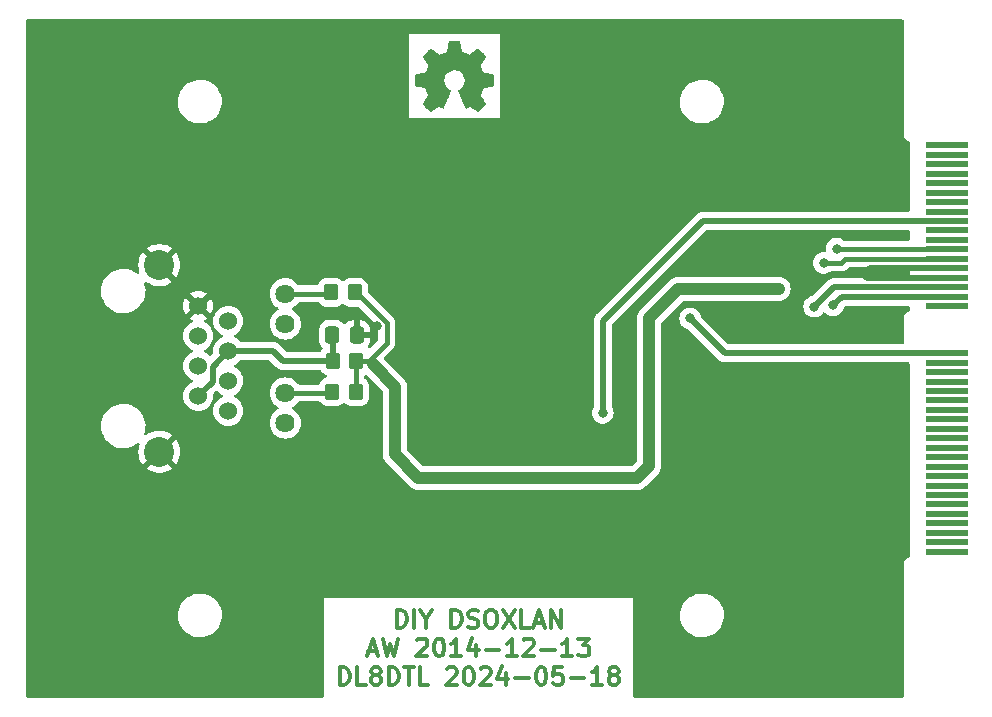
<source format=gbr>
%TF.GenerationSoftware,KiCad,Pcbnew,7.0.2*%
%TF.CreationDate,2024-05-20T10:52:18+02:00*%
%TF.ProjectId,dsoxlan,64736f78-6c61-46e2-9e6b-696361645f70,rev?*%
%TF.SameCoordinates,Original*%
%TF.FileFunction,Copper,L1,Top*%
%TF.FilePolarity,Positive*%
%FSLAX46Y46*%
G04 Gerber Fmt 4.6, Leading zero omitted, Abs format (unit mm)*
G04 Created by KiCad (PCBNEW 7.0.2) date 2024-05-20 10:52:18*
%MOMM*%
%LPD*%
G01*
G04 APERTURE LIST*
G04 Aperture macros list*
%AMRoundRect*
0 Rectangle with rounded corners*
0 $1 Rounding radius*
0 $2 $3 $4 $5 $6 $7 $8 $9 X,Y pos of 4 corners*
0 Add a 4 corners polygon primitive as box body*
4,1,4,$2,$3,$4,$5,$6,$7,$8,$9,$2,$3,0*
0 Add four circle primitives for the rounded corners*
1,1,$1+$1,$2,$3*
1,1,$1+$1,$4,$5*
1,1,$1+$1,$6,$7*
1,1,$1+$1,$8,$9*
0 Add four rect primitives between the rounded corners*
20,1,$1+$1,$2,$3,$4,$5,0*
20,1,$1+$1,$4,$5,$6,$7,0*
20,1,$1+$1,$6,$7,$8,$9,0*
20,1,$1+$1,$8,$9,$2,$3,0*%
G04 Aperture macros list end*
%ADD10C,0.300000*%
%TA.AperFunction,NonConductor*%
%ADD11C,0.300000*%
%TD*%
%TA.AperFunction,EtchedComponent*%
%ADD12C,0.010000*%
%TD*%
%TA.AperFunction,SMDPad,CuDef*%
%ADD13RoundRect,0.250000X0.337500X0.475000X-0.337500X0.475000X-0.337500X-0.475000X0.337500X-0.475000X0*%
%TD*%
%TA.AperFunction,ConnectorPad*%
%ADD14R,3.600000X0.550000*%
%TD*%
%TA.AperFunction,SMDPad,CuDef*%
%ADD15RoundRect,0.250000X0.350000X0.450000X-0.350000X0.450000X-0.350000X-0.450000X0.350000X-0.450000X0*%
%TD*%
%TA.AperFunction,ComponentPad*%
%ADD16C,1.524000*%
%TD*%
%TA.AperFunction,ComponentPad*%
%ADD17C,1.625600*%
%TD*%
%TA.AperFunction,ComponentPad*%
%ADD18C,2.540000*%
%TD*%
%TA.AperFunction,ViaPad*%
%ADD19C,0.800000*%
%TD*%
%TA.AperFunction,Conductor*%
%ADD20C,0.500000*%
%TD*%
%TA.AperFunction,Conductor*%
%ADD21C,0.400000*%
%TD*%
%TA.AperFunction,Conductor*%
%ADD22C,1.000000*%
%TD*%
G04 APERTURE END LIST*
D10*
D11*
X144145844Y-111180830D02*
X144145844Y-109680830D01*
X144145844Y-109680830D02*
X144502987Y-109680830D01*
X144502987Y-109680830D02*
X144717273Y-109752259D01*
X144717273Y-109752259D02*
X144860130Y-109895116D01*
X144860130Y-109895116D02*
X144931559Y-110037973D01*
X144931559Y-110037973D02*
X145002987Y-110323687D01*
X145002987Y-110323687D02*
X145002987Y-110537973D01*
X145002987Y-110537973D02*
X144931559Y-110823687D01*
X144931559Y-110823687D02*
X144860130Y-110966544D01*
X144860130Y-110966544D02*
X144717273Y-111109402D01*
X144717273Y-111109402D02*
X144502987Y-111180830D01*
X144502987Y-111180830D02*
X144145844Y-111180830D01*
X145645844Y-111180830D02*
X145645844Y-109680830D01*
X146645845Y-110466544D02*
X146645845Y-111180830D01*
X146145845Y-109680830D02*
X146645845Y-110466544D01*
X146645845Y-110466544D02*
X147145845Y-109680830D01*
X148788701Y-111180830D02*
X148788701Y-109680830D01*
X148788701Y-109680830D02*
X149145844Y-109680830D01*
X149145844Y-109680830D02*
X149360130Y-109752259D01*
X149360130Y-109752259D02*
X149502987Y-109895116D01*
X149502987Y-109895116D02*
X149574416Y-110037973D01*
X149574416Y-110037973D02*
X149645844Y-110323687D01*
X149645844Y-110323687D02*
X149645844Y-110537973D01*
X149645844Y-110537973D02*
X149574416Y-110823687D01*
X149574416Y-110823687D02*
X149502987Y-110966544D01*
X149502987Y-110966544D02*
X149360130Y-111109402D01*
X149360130Y-111109402D02*
X149145844Y-111180830D01*
X149145844Y-111180830D02*
X148788701Y-111180830D01*
X150217273Y-111109402D02*
X150431559Y-111180830D01*
X150431559Y-111180830D02*
X150788701Y-111180830D01*
X150788701Y-111180830D02*
X150931559Y-111109402D01*
X150931559Y-111109402D02*
X151002987Y-111037973D01*
X151002987Y-111037973D02*
X151074416Y-110895116D01*
X151074416Y-110895116D02*
X151074416Y-110752259D01*
X151074416Y-110752259D02*
X151002987Y-110609402D01*
X151002987Y-110609402D02*
X150931559Y-110537973D01*
X150931559Y-110537973D02*
X150788701Y-110466544D01*
X150788701Y-110466544D02*
X150502987Y-110395116D01*
X150502987Y-110395116D02*
X150360130Y-110323687D01*
X150360130Y-110323687D02*
X150288701Y-110252259D01*
X150288701Y-110252259D02*
X150217273Y-110109402D01*
X150217273Y-110109402D02*
X150217273Y-109966544D01*
X150217273Y-109966544D02*
X150288701Y-109823687D01*
X150288701Y-109823687D02*
X150360130Y-109752259D01*
X150360130Y-109752259D02*
X150502987Y-109680830D01*
X150502987Y-109680830D02*
X150860130Y-109680830D01*
X150860130Y-109680830D02*
X151074416Y-109752259D01*
X152002987Y-109680830D02*
X152288701Y-109680830D01*
X152288701Y-109680830D02*
X152431558Y-109752259D01*
X152431558Y-109752259D02*
X152574415Y-109895116D01*
X152574415Y-109895116D02*
X152645844Y-110180830D01*
X152645844Y-110180830D02*
X152645844Y-110680830D01*
X152645844Y-110680830D02*
X152574415Y-110966544D01*
X152574415Y-110966544D02*
X152431558Y-111109402D01*
X152431558Y-111109402D02*
X152288701Y-111180830D01*
X152288701Y-111180830D02*
X152002987Y-111180830D01*
X152002987Y-111180830D02*
X151860130Y-111109402D01*
X151860130Y-111109402D02*
X151717272Y-110966544D01*
X151717272Y-110966544D02*
X151645844Y-110680830D01*
X151645844Y-110680830D02*
X151645844Y-110180830D01*
X151645844Y-110180830D02*
X151717272Y-109895116D01*
X151717272Y-109895116D02*
X151860130Y-109752259D01*
X151860130Y-109752259D02*
X152002987Y-109680830D01*
X153145844Y-109680830D02*
X154145844Y-111180830D01*
X154145844Y-109680830D02*
X153145844Y-111180830D01*
X155431558Y-111180830D02*
X154717272Y-111180830D01*
X154717272Y-111180830D02*
X154717272Y-109680830D01*
X155860130Y-110752259D02*
X156574416Y-110752259D01*
X155717273Y-111180830D02*
X156217273Y-109680830D01*
X156217273Y-109680830D02*
X156717273Y-111180830D01*
X157217272Y-111180830D02*
X157217272Y-109680830D01*
X157217272Y-109680830D02*
X158074415Y-111180830D01*
X158074415Y-111180830D02*
X158074415Y-109680830D01*
X141752989Y-113182259D02*
X142467275Y-113182259D01*
X141610132Y-113610830D02*
X142110132Y-112110830D01*
X142110132Y-112110830D02*
X142610132Y-113610830D01*
X142967274Y-112110830D02*
X143324417Y-113610830D01*
X143324417Y-113610830D02*
X143610131Y-112539402D01*
X143610131Y-112539402D02*
X143895846Y-113610830D01*
X143895846Y-113610830D02*
X144252989Y-112110830D01*
X145895846Y-112253687D02*
X145967274Y-112182259D01*
X145967274Y-112182259D02*
X146110132Y-112110830D01*
X146110132Y-112110830D02*
X146467274Y-112110830D01*
X146467274Y-112110830D02*
X146610132Y-112182259D01*
X146610132Y-112182259D02*
X146681560Y-112253687D01*
X146681560Y-112253687D02*
X146752989Y-112396544D01*
X146752989Y-112396544D02*
X146752989Y-112539402D01*
X146752989Y-112539402D02*
X146681560Y-112753687D01*
X146681560Y-112753687D02*
X145824417Y-113610830D01*
X145824417Y-113610830D02*
X146752989Y-113610830D01*
X147681560Y-112110830D02*
X147824417Y-112110830D01*
X147824417Y-112110830D02*
X147967274Y-112182259D01*
X147967274Y-112182259D02*
X148038703Y-112253687D01*
X148038703Y-112253687D02*
X148110131Y-112396544D01*
X148110131Y-112396544D02*
X148181560Y-112682259D01*
X148181560Y-112682259D02*
X148181560Y-113039402D01*
X148181560Y-113039402D02*
X148110131Y-113325116D01*
X148110131Y-113325116D02*
X148038703Y-113467973D01*
X148038703Y-113467973D02*
X147967274Y-113539402D01*
X147967274Y-113539402D02*
X147824417Y-113610830D01*
X147824417Y-113610830D02*
X147681560Y-113610830D01*
X147681560Y-113610830D02*
X147538703Y-113539402D01*
X147538703Y-113539402D02*
X147467274Y-113467973D01*
X147467274Y-113467973D02*
X147395845Y-113325116D01*
X147395845Y-113325116D02*
X147324417Y-113039402D01*
X147324417Y-113039402D02*
X147324417Y-112682259D01*
X147324417Y-112682259D02*
X147395845Y-112396544D01*
X147395845Y-112396544D02*
X147467274Y-112253687D01*
X147467274Y-112253687D02*
X147538703Y-112182259D01*
X147538703Y-112182259D02*
X147681560Y-112110830D01*
X149610131Y-113610830D02*
X148752988Y-113610830D01*
X149181559Y-113610830D02*
X149181559Y-112110830D01*
X149181559Y-112110830D02*
X149038702Y-112325116D01*
X149038702Y-112325116D02*
X148895845Y-112467973D01*
X148895845Y-112467973D02*
X148752988Y-112539402D01*
X150895845Y-112610830D02*
X150895845Y-113610830D01*
X150538702Y-112039402D02*
X150181559Y-113110830D01*
X150181559Y-113110830D02*
X151110130Y-113110830D01*
X151681558Y-113039402D02*
X152824416Y-113039402D01*
X154324416Y-113610830D02*
X153467273Y-113610830D01*
X153895844Y-113610830D02*
X153895844Y-112110830D01*
X153895844Y-112110830D02*
X153752987Y-112325116D01*
X153752987Y-112325116D02*
X153610130Y-112467973D01*
X153610130Y-112467973D02*
X153467273Y-112539402D01*
X154895844Y-112253687D02*
X154967272Y-112182259D01*
X154967272Y-112182259D02*
X155110130Y-112110830D01*
X155110130Y-112110830D02*
X155467272Y-112110830D01*
X155467272Y-112110830D02*
X155610130Y-112182259D01*
X155610130Y-112182259D02*
X155681558Y-112253687D01*
X155681558Y-112253687D02*
X155752987Y-112396544D01*
X155752987Y-112396544D02*
X155752987Y-112539402D01*
X155752987Y-112539402D02*
X155681558Y-112753687D01*
X155681558Y-112753687D02*
X154824415Y-113610830D01*
X154824415Y-113610830D02*
X155752987Y-113610830D01*
X156395843Y-113039402D02*
X157538701Y-113039402D01*
X159038701Y-113610830D02*
X158181558Y-113610830D01*
X158610129Y-113610830D02*
X158610129Y-112110830D01*
X158610129Y-112110830D02*
X158467272Y-112325116D01*
X158467272Y-112325116D02*
X158324415Y-112467973D01*
X158324415Y-112467973D02*
X158181558Y-112539402D01*
X159538700Y-112110830D02*
X160467272Y-112110830D01*
X160467272Y-112110830D02*
X159967272Y-112682259D01*
X159967272Y-112682259D02*
X160181557Y-112682259D01*
X160181557Y-112682259D02*
X160324415Y-112753687D01*
X160324415Y-112753687D02*
X160395843Y-112825116D01*
X160395843Y-112825116D02*
X160467272Y-112967973D01*
X160467272Y-112967973D02*
X160467272Y-113325116D01*
X160467272Y-113325116D02*
X160395843Y-113467973D01*
X160395843Y-113467973D02*
X160324415Y-113539402D01*
X160324415Y-113539402D02*
X160181557Y-113610830D01*
X160181557Y-113610830D02*
X159752986Y-113610830D01*
X159752986Y-113610830D02*
X159610129Y-113539402D01*
X159610129Y-113539402D02*
X159538700Y-113467973D01*
X139324417Y-116040830D02*
X139324417Y-114540830D01*
X139324417Y-114540830D02*
X139681560Y-114540830D01*
X139681560Y-114540830D02*
X139895846Y-114612259D01*
X139895846Y-114612259D02*
X140038703Y-114755116D01*
X140038703Y-114755116D02*
X140110132Y-114897973D01*
X140110132Y-114897973D02*
X140181560Y-115183687D01*
X140181560Y-115183687D02*
X140181560Y-115397973D01*
X140181560Y-115397973D02*
X140110132Y-115683687D01*
X140110132Y-115683687D02*
X140038703Y-115826544D01*
X140038703Y-115826544D02*
X139895846Y-115969402D01*
X139895846Y-115969402D02*
X139681560Y-116040830D01*
X139681560Y-116040830D02*
X139324417Y-116040830D01*
X141538703Y-116040830D02*
X140824417Y-116040830D01*
X140824417Y-116040830D02*
X140824417Y-114540830D01*
X142252989Y-115183687D02*
X142110132Y-115112259D01*
X142110132Y-115112259D02*
X142038703Y-115040830D01*
X142038703Y-115040830D02*
X141967275Y-114897973D01*
X141967275Y-114897973D02*
X141967275Y-114826544D01*
X141967275Y-114826544D02*
X142038703Y-114683687D01*
X142038703Y-114683687D02*
X142110132Y-114612259D01*
X142110132Y-114612259D02*
X142252989Y-114540830D01*
X142252989Y-114540830D02*
X142538703Y-114540830D01*
X142538703Y-114540830D02*
X142681561Y-114612259D01*
X142681561Y-114612259D02*
X142752989Y-114683687D01*
X142752989Y-114683687D02*
X142824418Y-114826544D01*
X142824418Y-114826544D02*
X142824418Y-114897973D01*
X142824418Y-114897973D02*
X142752989Y-115040830D01*
X142752989Y-115040830D02*
X142681561Y-115112259D01*
X142681561Y-115112259D02*
X142538703Y-115183687D01*
X142538703Y-115183687D02*
X142252989Y-115183687D01*
X142252989Y-115183687D02*
X142110132Y-115255116D01*
X142110132Y-115255116D02*
X142038703Y-115326544D01*
X142038703Y-115326544D02*
X141967275Y-115469402D01*
X141967275Y-115469402D02*
X141967275Y-115755116D01*
X141967275Y-115755116D02*
X142038703Y-115897973D01*
X142038703Y-115897973D02*
X142110132Y-115969402D01*
X142110132Y-115969402D02*
X142252989Y-116040830D01*
X142252989Y-116040830D02*
X142538703Y-116040830D01*
X142538703Y-116040830D02*
X142681561Y-115969402D01*
X142681561Y-115969402D02*
X142752989Y-115897973D01*
X142752989Y-115897973D02*
X142824418Y-115755116D01*
X142824418Y-115755116D02*
X142824418Y-115469402D01*
X142824418Y-115469402D02*
X142752989Y-115326544D01*
X142752989Y-115326544D02*
X142681561Y-115255116D01*
X142681561Y-115255116D02*
X142538703Y-115183687D01*
X143467274Y-116040830D02*
X143467274Y-114540830D01*
X143467274Y-114540830D02*
X143824417Y-114540830D01*
X143824417Y-114540830D02*
X144038703Y-114612259D01*
X144038703Y-114612259D02*
X144181560Y-114755116D01*
X144181560Y-114755116D02*
X144252989Y-114897973D01*
X144252989Y-114897973D02*
X144324417Y-115183687D01*
X144324417Y-115183687D02*
X144324417Y-115397973D01*
X144324417Y-115397973D02*
X144252989Y-115683687D01*
X144252989Y-115683687D02*
X144181560Y-115826544D01*
X144181560Y-115826544D02*
X144038703Y-115969402D01*
X144038703Y-115969402D02*
X143824417Y-116040830D01*
X143824417Y-116040830D02*
X143467274Y-116040830D01*
X144752989Y-114540830D02*
X145610132Y-114540830D01*
X145181560Y-116040830D02*
X145181560Y-114540830D01*
X146824417Y-116040830D02*
X146110131Y-116040830D01*
X146110131Y-116040830D02*
X146110131Y-114540830D01*
X148395846Y-114683687D02*
X148467274Y-114612259D01*
X148467274Y-114612259D02*
X148610132Y-114540830D01*
X148610132Y-114540830D02*
X148967274Y-114540830D01*
X148967274Y-114540830D02*
X149110132Y-114612259D01*
X149110132Y-114612259D02*
X149181560Y-114683687D01*
X149181560Y-114683687D02*
X149252989Y-114826544D01*
X149252989Y-114826544D02*
X149252989Y-114969402D01*
X149252989Y-114969402D02*
X149181560Y-115183687D01*
X149181560Y-115183687D02*
X148324417Y-116040830D01*
X148324417Y-116040830D02*
X149252989Y-116040830D01*
X150181560Y-114540830D02*
X150324417Y-114540830D01*
X150324417Y-114540830D02*
X150467274Y-114612259D01*
X150467274Y-114612259D02*
X150538703Y-114683687D01*
X150538703Y-114683687D02*
X150610131Y-114826544D01*
X150610131Y-114826544D02*
X150681560Y-115112259D01*
X150681560Y-115112259D02*
X150681560Y-115469402D01*
X150681560Y-115469402D02*
X150610131Y-115755116D01*
X150610131Y-115755116D02*
X150538703Y-115897973D01*
X150538703Y-115897973D02*
X150467274Y-115969402D01*
X150467274Y-115969402D02*
X150324417Y-116040830D01*
X150324417Y-116040830D02*
X150181560Y-116040830D01*
X150181560Y-116040830D02*
X150038703Y-115969402D01*
X150038703Y-115969402D02*
X149967274Y-115897973D01*
X149967274Y-115897973D02*
X149895845Y-115755116D01*
X149895845Y-115755116D02*
X149824417Y-115469402D01*
X149824417Y-115469402D02*
X149824417Y-115112259D01*
X149824417Y-115112259D02*
X149895845Y-114826544D01*
X149895845Y-114826544D02*
X149967274Y-114683687D01*
X149967274Y-114683687D02*
X150038703Y-114612259D01*
X150038703Y-114612259D02*
X150181560Y-114540830D01*
X151252988Y-114683687D02*
X151324416Y-114612259D01*
X151324416Y-114612259D02*
X151467274Y-114540830D01*
X151467274Y-114540830D02*
X151824416Y-114540830D01*
X151824416Y-114540830D02*
X151967274Y-114612259D01*
X151967274Y-114612259D02*
X152038702Y-114683687D01*
X152038702Y-114683687D02*
X152110131Y-114826544D01*
X152110131Y-114826544D02*
X152110131Y-114969402D01*
X152110131Y-114969402D02*
X152038702Y-115183687D01*
X152038702Y-115183687D02*
X151181559Y-116040830D01*
X151181559Y-116040830D02*
X152110131Y-116040830D01*
X153395845Y-115040830D02*
X153395845Y-116040830D01*
X153038702Y-114469402D02*
X152681559Y-115540830D01*
X152681559Y-115540830D02*
X153610130Y-115540830D01*
X154181558Y-115469402D02*
X155324416Y-115469402D01*
X156324416Y-114540830D02*
X156467273Y-114540830D01*
X156467273Y-114540830D02*
X156610130Y-114612259D01*
X156610130Y-114612259D02*
X156681559Y-114683687D01*
X156681559Y-114683687D02*
X156752987Y-114826544D01*
X156752987Y-114826544D02*
X156824416Y-115112259D01*
X156824416Y-115112259D02*
X156824416Y-115469402D01*
X156824416Y-115469402D02*
X156752987Y-115755116D01*
X156752987Y-115755116D02*
X156681559Y-115897973D01*
X156681559Y-115897973D02*
X156610130Y-115969402D01*
X156610130Y-115969402D02*
X156467273Y-116040830D01*
X156467273Y-116040830D02*
X156324416Y-116040830D01*
X156324416Y-116040830D02*
X156181559Y-115969402D01*
X156181559Y-115969402D02*
X156110130Y-115897973D01*
X156110130Y-115897973D02*
X156038701Y-115755116D01*
X156038701Y-115755116D02*
X155967273Y-115469402D01*
X155967273Y-115469402D02*
X155967273Y-115112259D01*
X155967273Y-115112259D02*
X156038701Y-114826544D01*
X156038701Y-114826544D02*
X156110130Y-114683687D01*
X156110130Y-114683687D02*
X156181559Y-114612259D01*
X156181559Y-114612259D02*
X156324416Y-114540830D01*
X158181558Y-114540830D02*
X157467272Y-114540830D01*
X157467272Y-114540830D02*
X157395844Y-115255116D01*
X157395844Y-115255116D02*
X157467272Y-115183687D01*
X157467272Y-115183687D02*
X157610130Y-115112259D01*
X157610130Y-115112259D02*
X157967272Y-115112259D01*
X157967272Y-115112259D02*
X158110130Y-115183687D01*
X158110130Y-115183687D02*
X158181558Y-115255116D01*
X158181558Y-115255116D02*
X158252987Y-115397973D01*
X158252987Y-115397973D02*
X158252987Y-115755116D01*
X158252987Y-115755116D02*
X158181558Y-115897973D01*
X158181558Y-115897973D02*
X158110130Y-115969402D01*
X158110130Y-115969402D02*
X157967272Y-116040830D01*
X157967272Y-116040830D02*
X157610130Y-116040830D01*
X157610130Y-116040830D02*
X157467272Y-115969402D01*
X157467272Y-115969402D02*
X157395844Y-115897973D01*
X158895843Y-115469402D02*
X160038701Y-115469402D01*
X161538701Y-116040830D02*
X160681558Y-116040830D01*
X161110129Y-116040830D02*
X161110129Y-114540830D01*
X161110129Y-114540830D02*
X160967272Y-114755116D01*
X160967272Y-114755116D02*
X160824415Y-114897973D01*
X160824415Y-114897973D02*
X160681558Y-114969402D01*
X162395843Y-115183687D02*
X162252986Y-115112259D01*
X162252986Y-115112259D02*
X162181557Y-115040830D01*
X162181557Y-115040830D02*
X162110129Y-114897973D01*
X162110129Y-114897973D02*
X162110129Y-114826544D01*
X162110129Y-114826544D02*
X162181557Y-114683687D01*
X162181557Y-114683687D02*
X162252986Y-114612259D01*
X162252986Y-114612259D02*
X162395843Y-114540830D01*
X162395843Y-114540830D02*
X162681557Y-114540830D01*
X162681557Y-114540830D02*
X162824415Y-114612259D01*
X162824415Y-114612259D02*
X162895843Y-114683687D01*
X162895843Y-114683687D02*
X162967272Y-114826544D01*
X162967272Y-114826544D02*
X162967272Y-114897973D01*
X162967272Y-114897973D02*
X162895843Y-115040830D01*
X162895843Y-115040830D02*
X162824415Y-115112259D01*
X162824415Y-115112259D02*
X162681557Y-115183687D01*
X162681557Y-115183687D02*
X162395843Y-115183687D01*
X162395843Y-115183687D02*
X162252986Y-115255116D01*
X162252986Y-115255116D02*
X162181557Y-115326544D01*
X162181557Y-115326544D02*
X162110129Y-115469402D01*
X162110129Y-115469402D02*
X162110129Y-115755116D01*
X162110129Y-115755116D02*
X162181557Y-115897973D01*
X162181557Y-115897973D02*
X162252986Y-115969402D01*
X162252986Y-115969402D02*
X162395843Y-116040830D01*
X162395843Y-116040830D02*
X162681557Y-116040830D01*
X162681557Y-116040830D02*
X162824415Y-115969402D01*
X162824415Y-115969402D02*
X162895843Y-115897973D01*
X162895843Y-115897973D02*
X162967272Y-115755116D01*
X162967272Y-115755116D02*
X162967272Y-115469402D01*
X162967272Y-115469402D02*
X162895843Y-115326544D01*
X162895843Y-115326544D02*
X162824415Y-115255116D01*
X162824415Y-115255116D02*
X162681557Y-115183687D01*
%TO.C,SYM101*%
D12*
X149555814Y-61968931D02*
X149639635Y-62413555D01*
X149948920Y-62541053D01*
X150258206Y-62668551D01*
X150629246Y-62416246D01*
X150733157Y-62345996D01*
X150827087Y-62283272D01*
X150906652Y-62230938D01*
X150967470Y-62191857D01*
X151005157Y-62168893D01*
X151015421Y-62163942D01*
X151033910Y-62176676D01*
X151073420Y-62211882D01*
X151129522Y-62265062D01*
X151197787Y-62331718D01*
X151273786Y-62407354D01*
X151353092Y-62487472D01*
X151431275Y-62567574D01*
X151503907Y-62643164D01*
X151566559Y-62709745D01*
X151614803Y-62762818D01*
X151644210Y-62797887D01*
X151651241Y-62809623D01*
X151641123Y-62831260D01*
X151612759Y-62878662D01*
X151569129Y-62947193D01*
X151513218Y-63032215D01*
X151448006Y-63129093D01*
X151410219Y-63184350D01*
X151341343Y-63285248D01*
X151280140Y-63376299D01*
X151229578Y-63452970D01*
X151192628Y-63510728D01*
X151172258Y-63545043D01*
X151169197Y-63552254D01*
X151176136Y-63572748D01*
X151195051Y-63620513D01*
X151223087Y-63688832D01*
X151257391Y-63770989D01*
X151295109Y-63860270D01*
X151333387Y-63949958D01*
X151369370Y-64033338D01*
X151400206Y-64103694D01*
X151423039Y-64154310D01*
X151435017Y-64178471D01*
X151435724Y-64179422D01*
X151454531Y-64184036D01*
X151504618Y-64194328D01*
X151580793Y-64209287D01*
X151677865Y-64227901D01*
X151790643Y-64249159D01*
X151856442Y-64261418D01*
X151976950Y-64284362D01*
X152085797Y-64306195D01*
X152177476Y-64325722D01*
X152246481Y-64341748D01*
X152287304Y-64353079D01*
X152295511Y-64356674D01*
X152303548Y-64381006D01*
X152310033Y-64435959D01*
X152314970Y-64515108D01*
X152318364Y-64612026D01*
X152320218Y-64720287D01*
X152320538Y-64833465D01*
X152319327Y-64945135D01*
X152316590Y-65048868D01*
X152312331Y-65138241D01*
X152306555Y-65206826D01*
X152299267Y-65248197D01*
X152294895Y-65256810D01*
X152268764Y-65267133D01*
X152213393Y-65281892D01*
X152136107Y-65299352D01*
X152044230Y-65317780D01*
X152012158Y-65323741D01*
X151857524Y-65352066D01*
X151735375Y-65374876D01*
X151641673Y-65393080D01*
X151572384Y-65407583D01*
X151523471Y-65419292D01*
X151490897Y-65429115D01*
X151470628Y-65437956D01*
X151458626Y-65446724D01*
X151456947Y-65448457D01*
X151440184Y-65476371D01*
X151414614Y-65530695D01*
X151382788Y-65604777D01*
X151347260Y-65691965D01*
X151310583Y-65785608D01*
X151275311Y-65879052D01*
X151243996Y-65965647D01*
X151219193Y-66038740D01*
X151203454Y-66091678D01*
X151199332Y-66117811D01*
X151199676Y-66118726D01*
X151213641Y-66140086D01*
X151245322Y-66187084D01*
X151291391Y-66254827D01*
X151348518Y-66338423D01*
X151413373Y-66432982D01*
X151431843Y-66459854D01*
X151497699Y-66557275D01*
X151555650Y-66646163D01*
X151602538Y-66721412D01*
X151635207Y-66777920D01*
X151650500Y-66810581D01*
X151651241Y-66814593D01*
X151638392Y-66835684D01*
X151602888Y-66877464D01*
X151549293Y-66935445D01*
X151482171Y-67005135D01*
X151406087Y-67082045D01*
X151325604Y-67161683D01*
X151245287Y-67239561D01*
X151169699Y-67311186D01*
X151103405Y-67372070D01*
X151050969Y-67417721D01*
X151016955Y-67443650D01*
X151007545Y-67447883D01*
X150985643Y-67437912D01*
X150940800Y-67411020D01*
X150880321Y-67371736D01*
X150833789Y-67340117D01*
X150749475Y-67282098D01*
X150649626Y-67213784D01*
X150549473Y-67145579D01*
X150495627Y-67109075D01*
X150313371Y-66985800D01*
X150160381Y-67068520D01*
X150090682Y-67104759D01*
X150031414Y-67132926D01*
X149991311Y-67148991D01*
X149981103Y-67151226D01*
X149968829Y-67134722D01*
X149944613Y-67088082D01*
X149910263Y-67015609D01*
X149867588Y-66921606D01*
X149818394Y-66810374D01*
X149764490Y-66686215D01*
X149707684Y-66553432D01*
X149649782Y-66416327D01*
X149592593Y-66279202D01*
X149537924Y-66146358D01*
X149487584Y-66022098D01*
X149443380Y-65910725D01*
X149407119Y-65816539D01*
X149380609Y-65743844D01*
X149365658Y-65696941D01*
X149363254Y-65680833D01*
X149382311Y-65660286D01*
X149424036Y-65626933D01*
X149479706Y-65587702D01*
X149484378Y-65584599D01*
X149628264Y-65469423D01*
X149744283Y-65335053D01*
X149831430Y-65185784D01*
X149888699Y-65025913D01*
X149915086Y-64859737D01*
X149909585Y-64691552D01*
X149871190Y-64525655D01*
X149798895Y-64366342D01*
X149777626Y-64331487D01*
X149666996Y-64190737D01*
X149536302Y-64077714D01*
X149390064Y-63993003D01*
X149232808Y-63937194D01*
X149069057Y-63910874D01*
X148903333Y-63914630D01*
X148740162Y-63949050D01*
X148584065Y-64014723D01*
X148439567Y-64112235D01*
X148394869Y-64151813D01*
X148281112Y-64275703D01*
X148198218Y-64406124D01*
X148141356Y-64552315D01*
X148109687Y-64697088D01*
X148101869Y-64859860D01*
X148127938Y-65023440D01*
X148185245Y-65182298D01*
X148271144Y-65330906D01*
X148382986Y-65463735D01*
X148518123Y-65575256D01*
X148535883Y-65587011D01*
X148592150Y-65625508D01*
X148634923Y-65658863D01*
X148655372Y-65680160D01*
X148655669Y-65680833D01*
X148651279Y-65703871D01*
X148633876Y-65756157D01*
X148605268Y-65833390D01*
X148567265Y-65931268D01*
X148521674Y-66045491D01*
X148470303Y-66171758D01*
X148414962Y-66305767D01*
X148357458Y-66443218D01*
X148299601Y-66579808D01*
X148243198Y-66711237D01*
X148190058Y-66833205D01*
X148141990Y-66941409D01*
X148100801Y-67031549D01*
X148068301Y-67099323D01*
X148046297Y-67140430D01*
X148037436Y-67151226D01*
X148010360Y-67142819D01*
X147959697Y-67120272D01*
X147894183Y-67087613D01*
X147858159Y-67068520D01*
X147705168Y-66985800D01*
X147522912Y-67109075D01*
X147429875Y-67172228D01*
X147328015Y-67241727D01*
X147232562Y-67307165D01*
X147184750Y-67340117D01*
X147117505Y-67385273D01*
X147060564Y-67421057D01*
X147021354Y-67442938D01*
X147008619Y-67447563D01*
X146990083Y-67435085D01*
X146949059Y-67400252D01*
X146889525Y-67346678D01*
X146815458Y-67277983D01*
X146730835Y-67197781D01*
X146677315Y-67146286D01*
X146583681Y-67054286D01*
X146502759Y-66971999D01*
X146437823Y-66902945D01*
X146392142Y-66850644D01*
X146368989Y-66818616D01*
X146366768Y-66812116D01*
X146377076Y-66787394D01*
X146405561Y-66737405D01*
X146449063Y-66667212D01*
X146504423Y-66581875D01*
X146568480Y-66486456D01*
X146586697Y-66459854D01*
X146653073Y-66363167D01*
X146712622Y-66276117D01*
X146762016Y-66203595D01*
X146797925Y-66150493D01*
X146817019Y-66121703D01*
X146818864Y-66118726D01*
X146816105Y-66095782D01*
X146801462Y-66045336D01*
X146777487Y-65974041D01*
X146746734Y-65888547D01*
X146711756Y-65795507D01*
X146675107Y-65701574D01*
X146639339Y-65613399D01*
X146607006Y-65537634D01*
X146580662Y-65480931D01*
X146562858Y-65449943D01*
X146561593Y-65448457D01*
X146550706Y-65439601D01*
X146532318Y-65430843D01*
X146502394Y-65421277D01*
X146456897Y-65409996D01*
X146391791Y-65396093D01*
X146303039Y-65378663D01*
X146186607Y-65356798D01*
X146038458Y-65329591D01*
X146006382Y-65323741D01*
X145911314Y-65305374D01*
X145828435Y-65287405D01*
X145765070Y-65271569D01*
X145728542Y-65259600D01*
X145723644Y-65256810D01*
X145715573Y-65232072D01*
X145709013Y-65176790D01*
X145703967Y-65097389D01*
X145700441Y-65000296D01*
X145698439Y-64891938D01*
X145697964Y-64778740D01*
X145699023Y-64667128D01*
X145701618Y-64563529D01*
X145705754Y-64474368D01*
X145711437Y-64406072D01*
X145718669Y-64365066D01*
X145723029Y-64356674D01*
X145747302Y-64348208D01*
X145802574Y-64334435D01*
X145883338Y-64316550D01*
X145984088Y-64295748D01*
X146099317Y-64273223D01*
X146162098Y-64261418D01*
X146281213Y-64239151D01*
X146387435Y-64218979D01*
X146475573Y-64201915D01*
X146540434Y-64188969D01*
X146576826Y-64181155D01*
X146582816Y-64179422D01*
X146592939Y-64159890D01*
X146614338Y-64112843D01*
X146644161Y-64045003D01*
X146679555Y-63963091D01*
X146717668Y-63873828D01*
X146755647Y-63783935D01*
X146790640Y-63700135D01*
X146819794Y-63629147D01*
X146840257Y-63577694D01*
X146849177Y-63552497D01*
X146849343Y-63551396D01*
X146839231Y-63531519D01*
X146810883Y-63485777D01*
X146767277Y-63418717D01*
X146711394Y-63334884D01*
X146646213Y-63238826D01*
X146608321Y-63183650D01*
X146539275Y-63082481D01*
X146477950Y-62990630D01*
X146427337Y-62912744D01*
X146390429Y-62853469D01*
X146370218Y-62817451D01*
X146367299Y-62809377D01*
X146379847Y-62790584D01*
X146414537Y-62750457D01*
X146466937Y-62693493D01*
X146532616Y-62624185D01*
X146607144Y-62547031D01*
X146686087Y-62466525D01*
X146765017Y-62387163D01*
X146839500Y-62313440D01*
X146905106Y-62249852D01*
X146957404Y-62200894D01*
X146991961Y-62171061D01*
X147003522Y-62163942D01*
X147022346Y-62173953D01*
X147067369Y-62202078D01*
X147134213Y-62245454D01*
X147218501Y-62301218D01*
X147315856Y-62366506D01*
X147389293Y-62416246D01*
X147760333Y-62668551D01*
X148378905Y-62413555D01*
X148462725Y-61968931D01*
X148546546Y-61524307D01*
X149471994Y-61524307D01*
X149555814Y-61968931D01*
%TA.AperFunction,EtchedComponent*%
G36*
X149555814Y-61968931D02*
G01*
X149639635Y-62413555D01*
X149948920Y-62541053D01*
X150258206Y-62668551D01*
X150629246Y-62416246D01*
X150733157Y-62345996D01*
X150827087Y-62283272D01*
X150906652Y-62230938D01*
X150967470Y-62191857D01*
X151005157Y-62168893D01*
X151015421Y-62163942D01*
X151033910Y-62176676D01*
X151073420Y-62211882D01*
X151129522Y-62265062D01*
X151197787Y-62331718D01*
X151273786Y-62407354D01*
X151353092Y-62487472D01*
X151431275Y-62567574D01*
X151503907Y-62643164D01*
X151566559Y-62709745D01*
X151614803Y-62762818D01*
X151644210Y-62797887D01*
X151651241Y-62809623D01*
X151641123Y-62831260D01*
X151612759Y-62878662D01*
X151569129Y-62947193D01*
X151513218Y-63032215D01*
X151448006Y-63129093D01*
X151410219Y-63184350D01*
X151341343Y-63285248D01*
X151280140Y-63376299D01*
X151229578Y-63452970D01*
X151192628Y-63510728D01*
X151172258Y-63545043D01*
X151169197Y-63552254D01*
X151176136Y-63572748D01*
X151195051Y-63620513D01*
X151223087Y-63688832D01*
X151257391Y-63770989D01*
X151295109Y-63860270D01*
X151333387Y-63949958D01*
X151369370Y-64033338D01*
X151400206Y-64103694D01*
X151423039Y-64154310D01*
X151435017Y-64178471D01*
X151435724Y-64179422D01*
X151454531Y-64184036D01*
X151504618Y-64194328D01*
X151580793Y-64209287D01*
X151677865Y-64227901D01*
X151790643Y-64249159D01*
X151856442Y-64261418D01*
X151976950Y-64284362D01*
X152085797Y-64306195D01*
X152177476Y-64325722D01*
X152246481Y-64341748D01*
X152287304Y-64353079D01*
X152295511Y-64356674D01*
X152303548Y-64381006D01*
X152310033Y-64435959D01*
X152314970Y-64515108D01*
X152318364Y-64612026D01*
X152320218Y-64720287D01*
X152320538Y-64833465D01*
X152319327Y-64945135D01*
X152316590Y-65048868D01*
X152312331Y-65138241D01*
X152306555Y-65206826D01*
X152299267Y-65248197D01*
X152294895Y-65256810D01*
X152268764Y-65267133D01*
X152213393Y-65281892D01*
X152136107Y-65299352D01*
X152044230Y-65317780D01*
X152012158Y-65323741D01*
X151857524Y-65352066D01*
X151735375Y-65374876D01*
X151641673Y-65393080D01*
X151572384Y-65407583D01*
X151523471Y-65419292D01*
X151490897Y-65429115D01*
X151470628Y-65437956D01*
X151458626Y-65446724D01*
X151456947Y-65448457D01*
X151440184Y-65476371D01*
X151414614Y-65530695D01*
X151382788Y-65604777D01*
X151347260Y-65691965D01*
X151310583Y-65785608D01*
X151275311Y-65879052D01*
X151243996Y-65965647D01*
X151219193Y-66038740D01*
X151203454Y-66091678D01*
X151199332Y-66117811D01*
X151199676Y-66118726D01*
X151213641Y-66140086D01*
X151245322Y-66187084D01*
X151291391Y-66254827D01*
X151348518Y-66338423D01*
X151413373Y-66432982D01*
X151431843Y-66459854D01*
X151497699Y-66557275D01*
X151555650Y-66646163D01*
X151602538Y-66721412D01*
X151635207Y-66777920D01*
X151650500Y-66810581D01*
X151651241Y-66814593D01*
X151638392Y-66835684D01*
X151602888Y-66877464D01*
X151549293Y-66935445D01*
X151482171Y-67005135D01*
X151406087Y-67082045D01*
X151325604Y-67161683D01*
X151245287Y-67239561D01*
X151169699Y-67311186D01*
X151103405Y-67372070D01*
X151050969Y-67417721D01*
X151016955Y-67443650D01*
X151007545Y-67447883D01*
X150985643Y-67437912D01*
X150940800Y-67411020D01*
X150880321Y-67371736D01*
X150833789Y-67340117D01*
X150749475Y-67282098D01*
X150649626Y-67213784D01*
X150549473Y-67145579D01*
X150495627Y-67109075D01*
X150313371Y-66985800D01*
X150160381Y-67068520D01*
X150090682Y-67104759D01*
X150031414Y-67132926D01*
X149991311Y-67148991D01*
X149981103Y-67151226D01*
X149968829Y-67134722D01*
X149944613Y-67088082D01*
X149910263Y-67015609D01*
X149867588Y-66921606D01*
X149818394Y-66810374D01*
X149764490Y-66686215D01*
X149707684Y-66553432D01*
X149649782Y-66416327D01*
X149592593Y-66279202D01*
X149537924Y-66146358D01*
X149487584Y-66022098D01*
X149443380Y-65910725D01*
X149407119Y-65816539D01*
X149380609Y-65743844D01*
X149365658Y-65696941D01*
X149363254Y-65680833D01*
X149382311Y-65660286D01*
X149424036Y-65626933D01*
X149479706Y-65587702D01*
X149484378Y-65584599D01*
X149628264Y-65469423D01*
X149744283Y-65335053D01*
X149831430Y-65185784D01*
X149888699Y-65025913D01*
X149915086Y-64859737D01*
X149909585Y-64691552D01*
X149871190Y-64525655D01*
X149798895Y-64366342D01*
X149777626Y-64331487D01*
X149666996Y-64190737D01*
X149536302Y-64077714D01*
X149390064Y-63993003D01*
X149232808Y-63937194D01*
X149069057Y-63910874D01*
X148903333Y-63914630D01*
X148740162Y-63949050D01*
X148584065Y-64014723D01*
X148439567Y-64112235D01*
X148394869Y-64151813D01*
X148281112Y-64275703D01*
X148198218Y-64406124D01*
X148141356Y-64552315D01*
X148109687Y-64697088D01*
X148101869Y-64859860D01*
X148127938Y-65023440D01*
X148185245Y-65182298D01*
X148271144Y-65330906D01*
X148382986Y-65463735D01*
X148518123Y-65575256D01*
X148535883Y-65587011D01*
X148592150Y-65625508D01*
X148634923Y-65658863D01*
X148655372Y-65680160D01*
X148655669Y-65680833D01*
X148651279Y-65703871D01*
X148633876Y-65756157D01*
X148605268Y-65833390D01*
X148567265Y-65931268D01*
X148521674Y-66045491D01*
X148470303Y-66171758D01*
X148414962Y-66305767D01*
X148357458Y-66443218D01*
X148299601Y-66579808D01*
X148243198Y-66711237D01*
X148190058Y-66833205D01*
X148141990Y-66941409D01*
X148100801Y-67031549D01*
X148068301Y-67099323D01*
X148046297Y-67140430D01*
X148037436Y-67151226D01*
X148010360Y-67142819D01*
X147959697Y-67120272D01*
X147894183Y-67087613D01*
X147858159Y-67068520D01*
X147705168Y-66985800D01*
X147522912Y-67109075D01*
X147429875Y-67172228D01*
X147328015Y-67241727D01*
X147232562Y-67307165D01*
X147184750Y-67340117D01*
X147117505Y-67385273D01*
X147060564Y-67421057D01*
X147021354Y-67442938D01*
X147008619Y-67447563D01*
X146990083Y-67435085D01*
X146949059Y-67400252D01*
X146889525Y-67346678D01*
X146815458Y-67277983D01*
X146730835Y-67197781D01*
X146677315Y-67146286D01*
X146583681Y-67054286D01*
X146502759Y-66971999D01*
X146437823Y-66902945D01*
X146392142Y-66850644D01*
X146368989Y-66818616D01*
X146366768Y-66812116D01*
X146377076Y-66787394D01*
X146405561Y-66737405D01*
X146449063Y-66667212D01*
X146504423Y-66581875D01*
X146568480Y-66486456D01*
X146586697Y-66459854D01*
X146653073Y-66363167D01*
X146712622Y-66276117D01*
X146762016Y-66203595D01*
X146797925Y-66150493D01*
X146817019Y-66121703D01*
X146818864Y-66118726D01*
X146816105Y-66095782D01*
X146801462Y-66045336D01*
X146777487Y-65974041D01*
X146746734Y-65888547D01*
X146711756Y-65795507D01*
X146675107Y-65701574D01*
X146639339Y-65613399D01*
X146607006Y-65537634D01*
X146580662Y-65480931D01*
X146562858Y-65449943D01*
X146561593Y-65448457D01*
X146550706Y-65439601D01*
X146532318Y-65430843D01*
X146502394Y-65421277D01*
X146456897Y-65409996D01*
X146391791Y-65396093D01*
X146303039Y-65378663D01*
X146186607Y-65356798D01*
X146038458Y-65329591D01*
X146006382Y-65323741D01*
X145911314Y-65305374D01*
X145828435Y-65287405D01*
X145765070Y-65271569D01*
X145728542Y-65259600D01*
X145723644Y-65256810D01*
X145715573Y-65232072D01*
X145709013Y-65176790D01*
X145703967Y-65097389D01*
X145700441Y-65000296D01*
X145698439Y-64891938D01*
X145697964Y-64778740D01*
X145699023Y-64667128D01*
X145701618Y-64563529D01*
X145705754Y-64474368D01*
X145711437Y-64406072D01*
X145718669Y-64365066D01*
X145723029Y-64356674D01*
X145747302Y-64348208D01*
X145802574Y-64334435D01*
X145883338Y-64316550D01*
X145984088Y-64295748D01*
X146099317Y-64273223D01*
X146162098Y-64261418D01*
X146281213Y-64239151D01*
X146387435Y-64218979D01*
X146475573Y-64201915D01*
X146540434Y-64188969D01*
X146576826Y-64181155D01*
X146582816Y-64179422D01*
X146592939Y-64159890D01*
X146614338Y-64112843D01*
X146644161Y-64045003D01*
X146679555Y-63963091D01*
X146717668Y-63873828D01*
X146755647Y-63783935D01*
X146790640Y-63700135D01*
X146819794Y-63629147D01*
X146840257Y-63577694D01*
X146849177Y-63552497D01*
X146849343Y-63551396D01*
X146839231Y-63531519D01*
X146810883Y-63485777D01*
X146767277Y-63418717D01*
X146711394Y-63334884D01*
X146646213Y-63238826D01*
X146608321Y-63183650D01*
X146539275Y-63082481D01*
X146477950Y-62990630D01*
X146427337Y-62912744D01*
X146390429Y-62853469D01*
X146370218Y-62817451D01*
X146367299Y-62809377D01*
X146379847Y-62790584D01*
X146414537Y-62750457D01*
X146466937Y-62693493D01*
X146532616Y-62624185D01*
X146607144Y-62547031D01*
X146686087Y-62466525D01*
X146765017Y-62387163D01*
X146839500Y-62313440D01*
X146905106Y-62249852D01*
X146957404Y-62200894D01*
X146991961Y-62171061D01*
X147003522Y-62163942D01*
X147022346Y-62173953D01*
X147067369Y-62202078D01*
X147134213Y-62245454D01*
X147218501Y-62301218D01*
X147315856Y-62366506D01*
X147389293Y-62416246D01*
X147760333Y-62668551D01*
X148378905Y-62413555D01*
X148462725Y-61968931D01*
X148546546Y-61524307D01*
X149471994Y-61524307D01*
X149555814Y-61968931D01*
G37*
%TD.AperFunction*%
%TD*%
D13*
%TO.P,C2,1*%
%TO.N,GND*%
X140775000Y-86400000D03*
%TO.P,C2,2*%
%TO.N,Net-(P1-CRD)*%
X138700000Y-86400000D03*
%TD*%
D14*
%TO.P,P2,1,Pin_1*%
%TO.N,unconnected-(P2-Pin_1-Pad1)*%
X190754000Y-104750000D03*
%TO.P,P2,3,Pin_3*%
%TO.N,unconnected-(P2-Pin_3-Pad3)*%
X190754000Y-103950000D03*
%TO.P,P2,5,Pin_5*%
%TO.N,unconnected-(P2-Pin_5-Pad5)*%
X190754000Y-103150000D03*
%TO.P,P2,7,Pin_7*%
%TO.N,unconnected-(P2-Pin_7-Pad7)*%
X190754000Y-102350000D03*
%TO.P,P2,9,Pin_9*%
%TO.N,unconnected-(P2-Pin_9-Pad9)*%
X190754000Y-101550000D03*
%TO.P,P2,11,Pin_11*%
%TO.N,unconnected-(P2-Pin_11-Pad11)*%
X190754000Y-100750000D03*
%TO.P,P2,13,Pin_13*%
%TO.N,unconnected-(P2-Pin_13-Pad13)*%
X190754000Y-99950000D03*
%TO.P,P2,15,Pin_15*%
%TO.N,unconnected-(P2-Pin_15-Pad15)*%
X190754000Y-99150000D03*
%TO.P,P2,17,Pin_17*%
%TO.N,unconnected-(P2-Pin_17-Pad17)*%
X190754000Y-98350000D03*
%TO.P,P2,19,Pin_19*%
%TO.N,unconnected-(P2-Pin_19-Pad19)*%
X190754000Y-97550000D03*
%TO.P,P2,21,Pin_21*%
%TO.N,unconnected-(P2-Pin_21-Pad21)*%
X190754000Y-96750000D03*
%TO.P,P2,23,Pin_23*%
%TO.N,unconnected-(P2-Pin_23-Pad23)*%
X190754000Y-95950000D03*
%TO.P,P2,25,Pin_25*%
%TO.N,unconnected-(P2-Pin_25-Pad25)*%
X190754000Y-95150000D03*
%TO.P,P2,27,Pin_27*%
%TO.N,unconnected-(P2-Pin_27-Pad27)*%
X190754000Y-94350000D03*
%TO.P,P2,29,Pin_29*%
%TO.N,unconnected-(P2-Pin_29-Pad29)*%
X190754000Y-93550000D03*
%TO.P,P2,31,Pin_31*%
%TO.N,unconnected-(P2-Pin_31-Pad31)*%
X190754000Y-92750000D03*
%TO.P,P2,33,Pin_33*%
%TO.N,unconnected-(P2-Pin_33-Pad33)*%
X190754000Y-91950000D03*
%TO.P,P2,35,Pin_35*%
%TO.N,unconnected-(P2-Pin_35-Pad35)*%
X190754000Y-91150000D03*
%TO.P,P2,37,Pin_37*%
%TO.N,unconnected-(P2-Pin_37-Pad37)*%
X190754000Y-90350000D03*
%TO.P,P2,39,Pin_39*%
%TO.N,unconnected-(P2-Pin_39-Pad39)*%
X190754000Y-89550000D03*
%TO.P,P2,41,Pin_41*%
%TO.N,unconnected-(P2-Pin_41-Pad41)*%
X190754000Y-88750000D03*
%TO.P,P2,43,Pin_43*%
%TO.N,LED2*%
X190754000Y-87950000D03*
%TO.P,P2,45,Pin_45*%
%TO.N,unconnected-(P2-Pin_45-Pad45)*%
X190754000Y-83950000D03*
%TO.P,P2,47,Pin_47*%
%TO.N,TX+*%
X190754000Y-83150000D03*
%TO.P,P2,49,Pin_49*%
%TO.N,TX-*%
X190754000Y-82350000D03*
%TO.P,P2,51,Pin_51*%
%TO.N,GND*%
X190754000Y-81550000D03*
%TO.P,P2,53,Pin_53*%
X190754000Y-80750000D03*
%TO.P,P2,55,Pin_55*%
%TO.N,RX+*%
X190754000Y-79950000D03*
%TO.P,P2,57,Pin_57*%
%TO.N,RX-*%
X190754000Y-79150000D03*
%TO.P,P2,59,Pin_59*%
%TO.N,unconnected-(P2-Pin_59-Pad59)*%
X190754000Y-78350000D03*
%TO.P,P2,61,Pin_61*%
%TO.N,unconnected-(P2-Pin_61-Pad61)*%
X190754000Y-77550000D03*
%TO.P,P2,63,Pin_63*%
%TO.N,LED1*%
X190754000Y-76750000D03*
%TO.P,P2,65,Pin_65*%
%TO.N,unconnected-(P2-Pin_65-Pad65)*%
X190754000Y-75950000D03*
%TO.P,P2,67,Pin_67*%
%TO.N,unconnected-(P2-Pin_67-Pad67)*%
X190754000Y-75150000D03*
%TO.P,P2,69,Pin_69*%
%TO.N,unconnected-(P2-Pin_69-Pad69)*%
X190754000Y-74350000D03*
%TO.P,P2,71,Pin_71*%
%TO.N,unconnected-(P2-Pin_71-Pad71)*%
X190754000Y-73550000D03*
%TO.P,P2,73,Pin_73*%
%TO.N,unconnected-(P2-Pin_73-Pad73)*%
X190754000Y-72750000D03*
%TO.P,P2,75,Pin_75*%
%TO.N,unconnected-(P2-Pin_75-Pad75)*%
X190754000Y-71950000D03*
%TO.P,P2,77,Pin_77*%
%TO.N,unconnected-(P2-Pin_77-Pad77)*%
X190754000Y-71150000D03*
%TO.P,P2,79,Pin_79*%
%TO.N,unconnected-(P2-Pin_79-Pad79)*%
X190754000Y-70350000D03*
%TD*%
D15*
%TO.P,R1,1*%
%TO.N,+3.3V*%
X140700000Y-91200000D03*
%TO.P,R1,2*%
%TO.N,Net-(P1-AG)*%
X138700000Y-91200000D03*
%TD*%
%TO.P,R2,1*%
%TO.N,+3.3V*%
X140600000Y-82800000D03*
%TO.P,R2,2*%
%TO.N,Net-(P1-AY)*%
X138600000Y-82800000D03*
%TD*%
%TO.P,R3,1*%
%TO.N,+3.3V*%
X140737500Y-88590000D03*
%TO.P,R3,2*%
%TO.N,Net-(P1-CRD)*%
X138737500Y-88590000D03*
%TD*%
D16*
%TO.P,P1,1,TD+*%
%TO.N,TX+*%
X129900000Y-92830000D03*
%TO.P,P1,2,CTD*%
%TO.N,Net-(P1-CRD)*%
X127360000Y-91560000D03*
%TO.P,P1,3,TD-*%
%TO.N,TX-*%
X129900000Y-90290000D03*
%TO.P,P1,4,RD+*%
%TO.N,RX+*%
X127360000Y-89020000D03*
%TO.P,P1,5,CRD*%
%TO.N,Net-(P1-CRD)*%
X129900000Y-87750000D03*
%TO.P,P1,6,RD-*%
%TO.N,RX-*%
X127360000Y-86480000D03*
%TO.P,P1,7,NC*%
%TO.N,unconnected-(P1-NC-Pad7)*%
X129900000Y-85210000D03*
%TO.P,P1,8,GND*%
%TO.N,GND*%
X127360000Y-83940000D03*
D17*
%TO.P,P1,9,KG*%
%TO.N,LED1*%
X134730000Y-93850000D03*
%TO.P,P1,10,AG*%
%TO.N,Net-(P1-AG)*%
X134730000Y-91310000D03*
%TO.P,P1,11,KY*%
%TO.N,LED2*%
X134730000Y-85460000D03*
%TO.P,P1,12,AY*%
%TO.N,Net-(P1-AY)*%
X134730000Y-82920000D03*
D18*
%TO.P,P1,13,Shield*%
%TO.N,GND*%
X124060000Y-80485000D03*
%TO.P,P1,14,Shield*%
X124060000Y-96285000D03*
%TD*%
D19*
%TO.N,GND*%
X132500000Y-94500000D03*
X163500000Y-85500000D03*
X183680000Y-81280000D03*
X142500000Y-85680500D03*
X146500000Y-96000000D03*
X178000000Y-89500000D03*
X186000000Y-85000000D03*
X159500000Y-85500000D03*
X145500000Y-89000000D03*
X132500000Y-82500000D03*
X142500000Y-92500000D03*
X145500000Y-85500000D03*
X136800000Y-85700000D03*
X186000000Y-89500000D03*
X161500000Y-82500000D03*
X170500000Y-89000000D03*
X186000000Y-75000000D03*
X132400000Y-89300000D03*
X167199272Y-81245799D03*
X164000000Y-92500000D03*
X181000000Y-86500000D03*
X143000000Y-82500000D03*
X176000000Y-84500000D03*
X177500000Y-81400500D03*
X132000000Y-84500000D03*
X137000000Y-96000000D03*
X162000000Y-96000000D03*
X142000000Y-96000000D03*
X159500000Y-89000000D03*
X167500000Y-92500000D03*
X158500000Y-92500000D03*
%TO.N,LED2*%
X169000000Y-85000000D03*
%TO.N,TX+*%
X181100000Y-83900000D03*
%TO.N,TX-*%
X179500000Y-84000000D03*
%TO.N,RX+*%
X180300000Y-80300000D03*
%TO.N,RX-*%
X181400000Y-79100000D03*
%TO.N,LED1*%
X161600000Y-93000000D03*
%TO.N,+3.3V*%
X176500000Y-82500000D03*
%TD*%
D20*
%TO.N,GND*%
X183950000Y-81550000D02*
X183680000Y-81280000D01*
X183680000Y-81280000D02*
X184210000Y-80750000D01*
X190754000Y-81550000D02*
X183950000Y-81550000D01*
X184210000Y-80750000D02*
X190754000Y-80750000D01*
%TO.N,LED2*%
X190754000Y-87950000D02*
X171950000Y-87950000D01*
X171950000Y-87950000D02*
X169000000Y-85000000D01*
%TO.N,TX+*%
X181850000Y-83150000D02*
X181100000Y-83900000D01*
X190754000Y-83150000D02*
X181850000Y-83150000D01*
%TO.N,TX-*%
X181150000Y-82350000D02*
X179500000Y-84000000D01*
X190754000Y-82350000D02*
X181150000Y-82350000D01*
D21*
%TO.N,RX+*%
X182150000Y-79950000D02*
X181800000Y-80300000D01*
X181800000Y-80300000D02*
X180300000Y-80300000D01*
X190754000Y-79950000D02*
X182150000Y-79950000D01*
%TO.N,RX-*%
X181400000Y-79100000D02*
X181450000Y-79150000D01*
X181450000Y-79150000D02*
X190754000Y-79150000D01*
D20*
%TO.N,LED1*%
X170050000Y-76750000D02*
X161600000Y-85200000D01*
X190754000Y-76750000D02*
X170050000Y-76750000D01*
X161600000Y-85200000D02*
X161600000Y-93000000D01*
D21*
%TO.N,+3.3V*%
X140700000Y-91200000D02*
X140700000Y-88627500D01*
D22*
X164500000Y-98500000D02*
X165500000Y-97500000D01*
D21*
X140737500Y-88590000D02*
X141810000Y-88590000D01*
D22*
X144000000Y-96500000D02*
X146000000Y-98500000D01*
X165500000Y-97500000D02*
X165500000Y-85000000D01*
X142120000Y-88900000D02*
X144000000Y-90780000D01*
X165500000Y-85000000D02*
X168000000Y-82500000D01*
D21*
X140700000Y-88627500D02*
X140737500Y-88590000D01*
D22*
X146000000Y-98500000D02*
X164500000Y-98500000D01*
X168000000Y-82500000D02*
X176500000Y-82500000D01*
D21*
X143299500Y-87100500D02*
X143299500Y-85349336D01*
D22*
X144000000Y-90780000D02*
X144000000Y-96500000D01*
D21*
X142120000Y-88900000D02*
X141810000Y-88590000D01*
X141810000Y-88590000D02*
X143299500Y-87100500D01*
X143299500Y-85349336D02*
X140750164Y-82800000D01*
X140750164Y-82800000D02*
X140600000Y-82800000D01*
D20*
%TO.N,Net-(P1-CRD)*%
X138737500Y-86437500D02*
X138700000Y-86400000D01*
X138737500Y-88590000D02*
X138737500Y-86437500D01*
X133650000Y-87750000D02*
X129900000Y-87750000D01*
X128572000Y-90348000D02*
X127360000Y-91560000D01*
X129900000Y-87750000D02*
X128572000Y-89078000D01*
X138737500Y-88590000D02*
X134490000Y-88590000D01*
X128572000Y-89078000D02*
X128572000Y-90348000D01*
X134490000Y-88590000D02*
X133650000Y-87750000D01*
D21*
%TO.N,Net-(P1-AG)*%
X134730000Y-91310000D02*
X138590000Y-91310000D01*
X138590000Y-91310000D02*
X138700000Y-91200000D01*
%TO.N,Net-(P1-AY)*%
X134730000Y-82920000D02*
X138480000Y-82920000D01*
X138480000Y-82920000D02*
X138600000Y-82800000D01*
%TD*%
%TA.AperFunction,Conductor*%
%TO.N,GND*%
G36*
X187020621Y-59702502D02*
G01*
X187067114Y-59756158D01*
X187078500Y-59808499D01*
X187078500Y-69397038D01*
X187078500Y-69397039D01*
X187078500Y-69540961D01*
X187086149Y-69567012D01*
X187089969Y-69584574D01*
X187093834Y-69611454D01*
X187105115Y-69636156D01*
X187111397Y-69652999D01*
X187119047Y-69679053D01*
X187133727Y-69701896D01*
X187142340Y-69717669D01*
X187153622Y-69742372D01*
X187171403Y-69762892D01*
X187182176Y-69777283D01*
X187196857Y-69800128D01*
X187217378Y-69817910D01*
X187230088Y-69830620D01*
X187247871Y-69851143D01*
X187270715Y-69865823D01*
X187285108Y-69876597D01*
X187305627Y-69894377D01*
X187330333Y-69905660D01*
X187346091Y-69914264D01*
X187368947Y-69928953D01*
X187395005Y-69936604D01*
X187411842Y-69942884D01*
X187436543Y-69954165D01*
X187463435Y-69958031D01*
X187480969Y-69961845D01*
X187488495Y-69964055D01*
X187548220Y-70002434D01*
X187577717Y-70067013D01*
X187579000Y-70084951D01*
X187579000Y-75865500D01*
X187558998Y-75933621D01*
X187505342Y-75980114D01*
X187453000Y-75991500D01*
X170114442Y-75991500D01*
X170096182Y-75990170D01*
X170072212Y-75986659D01*
X170072211Y-75986659D01*
X170046075Y-75988945D01*
X170022353Y-75991021D01*
X170011372Y-75991500D01*
X170005820Y-75991500D01*
X170002182Y-75991925D01*
X170002167Y-75991926D01*
X169974711Y-75995135D01*
X169971070Y-75995507D01*
X169894260Y-76002227D01*
X169875123Y-76006470D01*
X169802634Y-76032853D01*
X169799176Y-76034055D01*
X169726000Y-76058303D01*
X169708372Y-76066838D01*
X169643918Y-76109229D01*
X169640831Y-76111196D01*
X169575218Y-76151667D01*
X169560032Y-76164038D01*
X169507087Y-76220156D01*
X169504534Y-76222783D01*
X161109225Y-84618092D01*
X161095377Y-84630061D01*
X161075944Y-84644529D01*
X161075942Y-84644530D01*
X161075942Y-84644531D01*
X161055323Y-84669103D01*
X161043773Y-84682868D01*
X161036360Y-84690958D01*
X161035017Y-84692301D01*
X161035011Y-84692307D01*
X161032420Y-84694899D01*
X161030149Y-84697770D01*
X161030140Y-84697781D01*
X161012997Y-84719460D01*
X161010688Y-84722294D01*
X160961119Y-84781369D01*
X160950589Y-84797899D01*
X160917995Y-84867794D01*
X160916401Y-84871087D01*
X160881795Y-84939997D01*
X160875363Y-84958500D01*
X160859759Y-85034064D01*
X160858967Y-85037637D01*
X160841192Y-85112640D01*
X160839202Y-85132115D01*
X160841447Y-85209258D01*
X160841500Y-85212922D01*
X160841500Y-92462999D01*
X160824619Y-92525999D01*
X160765472Y-92628443D01*
X160706458Y-92810070D01*
X160686496Y-93000000D01*
X160706458Y-93189929D01*
X160765472Y-93371556D01*
X160860958Y-93536942D01*
X160939662Y-93624352D01*
X160988747Y-93678866D01*
X161143248Y-93791118D01*
X161317712Y-93868794D01*
X161504513Y-93908500D01*
X161504515Y-93908500D01*
X161695485Y-93908500D01*
X161695487Y-93908500D01*
X161882288Y-93868794D01*
X162056752Y-93791118D01*
X162211253Y-93678866D01*
X162339040Y-93536944D01*
X162434527Y-93371556D01*
X162493542Y-93189928D01*
X162513504Y-93000000D01*
X162493542Y-92810072D01*
X162458216Y-92701350D01*
X162434527Y-92628443D01*
X162375381Y-92525999D01*
X162358500Y-92462999D01*
X162358500Y-85566371D01*
X162378502Y-85498250D01*
X162395405Y-85477276D01*
X170327276Y-77545405D01*
X170389588Y-77511379D01*
X170416371Y-77508500D01*
X187453000Y-77508500D01*
X187521121Y-77528502D01*
X187567614Y-77582158D01*
X187579000Y-77634500D01*
X187579000Y-78315500D01*
X187558998Y-78383621D01*
X187505342Y-78430114D01*
X187453000Y-78441500D01*
X182080223Y-78441500D01*
X182012102Y-78421498D01*
X182006181Y-78417449D01*
X181856752Y-78308882D01*
X181682288Y-78231206D01*
X181495487Y-78191500D01*
X181304513Y-78191500D01*
X181179979Y-78217970D01*
X181117711Y-78231206D01*
X180943246Y-78308883D01*
X180788747Y-78421133D01*
X180660958Y-78563057D01*
X180565472Y-78728443D01*
X180506458Y-78910070D01*
X180490717Y-79059835D01*
X180486496Y-79100000D01*
X180502506Y-79252331D01*
X180489735Y-79322168D01*
X180441233Y-79374014D01*
X180377197Y-79391500D01*
X180204513Y-79391500D01*
X180079978Y-79417970D01*
X180017711Y-79431206D01*
X179843246Y-79508883D01*
X179688747Y-79621133D01*
X179560958Y-79763057D01*
X179465472Y-79928443D01*
X179406458Y-80110070D01*
X179386496Y-80300000D01*
X179406458Y-80489929D01*
X179465472Y-80671556D01*
X179560958Y-80836942D01*
X179631202Y-80914956D01*
X179688747Y-80978866D01*
X179843248Y-81091118D01*
X180017712Y-81168794D01*
X180204513Y-81208500D01*
X180204515Y-81208500D01*
X180395485Y-81208500D01*
X180395487Y-81208500D01*
X180582288Y-81168794D01*
X180756752Y-81091118D01*
X180837344Y-81032563D01*
X180904212Y-81008706D01*
X180911405Y-81008500D01*
X181774782Y-81008500D01*
X181782390Y-81008730D01*
X181843091Y-81012402D01*
X181843091Y-81012401D01*
X181843093Y-81012402D01*
X181902941Y-81001434D01*
X181910398Y-81000299D01*
X181970801Y-80992965D01*
X181980328Y-80989351D01*
X182002294Y-80983227D01*
X182012329Y-80981389D01*
X182067797Y-80956423D01*
X182074802Y-80953522D01*
X182131675Y-80931954D01*
X182140069Y-80926159D01*
X182159926Y-80914960D01*
X182169226Y-80910775D01*
X182217140Y-80873235D01*
X182223179Y-80868791D01*
X182273273Y-80834215D01*
X182313603Y-80788690D01*
X182318822Y-80783147D01*
X182406567Y-80695404D01*
X182468879Y-80661379D01*
X182495661Y-80658500D01*
X187453000Y-80658500D01*
X187521121Y-80678502D01*
X187567614Y-80732158D01*
X187579000Y-80784500D01*
X187579000Y-81465500D01*
X187558998Y-81533621D01*
X187505342Y-81580114D01*
X187453000Y-81591500D01*
X181214441Y-81591500D01*
X181196180Y-81590170D01*
X181172211Y-81586659D01*
X181122353Y-81591021D01*
X181111372Y-81591500D01*
X181105820Y-81591500D01*
X181102185Y-81591924D01*
X181102165Y-81591926D01*
X181074709Y-81595135D01*
X181071068Y-81595507D01*
X180994251Y-81602228D01*
X180975139Y-81606465D01*
X180902653Y-81632846D01*
X180899198Y-81634047D01*
X180825995Y-81658305D01*
X180808373Y-81666837D01*
X180743927Y-81709224D01*
X180740838Y-81711192D01*
X180675218Y-81751667D01*
X180660036Y-81764034D01*
X180607087Y-81820156D01*
X180604534Y-81822783D01*
X179343667Y-83083650D01*
X179281355Y-83117676D01*
X179280771Y-83117801D01*
X179217714Y-83131205D01*
X179043246Y-83208883D01*
X178888747Y-83321133D01*
X178760958Y-83463057D01*
X178665472Y-83628443D01*
X178606458Y-83810070D01*
X178586496Y-83999999D01*
X178606458Y-84189929D01*
X178665472Y-84371556D01*
X178760958Y-84536942D01*
X178846433Y-84631872D01*
X178888747Y-84678866D01*
X179043248Y-84791118D01*
X179217712Y-84868794D01*
X179404513Y-84908500D01*
X179404515Y-84908500D01*
X179595485Y-84908500D01*
X179595487Y-84908500D01*
X179782288Y-84868794D01*
X179956752Y-84791118D01*
X180111253Y-84678866D01*
X180231336Y-84545500D01*
X180247902Y-84527102D01*
X180250291Y-84529253D01*
X180286511Y-84494712D01*
X180356224Y-84481268D01*
X180422137Y-84507649D01*
X180437889Y-84522382D01*
X180488747Y-84578866D01*
X180643248Y-84691118D01*
X180817712Y-84768794D01*
X181004513Y-84808500D01*
X181004515Y-84808500D01*
X181195485Y-84808500D01*
X181195487Y-84808500D01*
X181382288Y-84768794D01*
X181556752Y-84691118D01*
X181711253Y-84578866D01*
X181839040Y-84436944D01*
X181934527Y-84271556D01*
X181989388Y-84102712D01*
X182020123Y-84052556D01*
X182127276Y-83945404D01*
X182189590Y-83911379D01*
X182216372Y-83908500D01*
X187453000Y-83908500D01*
X187521121Y-83928502D01*
X187567614Y-83982158D01*
X187579000Y-84034500D01*
X187579000Y-84347047D01*
X187558998Y-84415168D01*
X187505342Y-84461661D01*
X187488490Y-84467945D01*
X187480982Y-84470149D01*
X187463429Y-84473968D01*
X187436541Y-84477834D01*
X187411842Y-84489114D01*
X187395007Y-84495393D01*
X187368947Y-84503046D01*
X187346093Y-84517732D01*
X187330327Y-84526341D01*
X187305625Y-84537623D01*
X187285103Y-84555405D01*
X187270717Y-84566174D01*
X187247871Y-84580856D01*
X187230083Y-84601383D01*
X187217383Y-84614083D01*
X187196856Y-84631871D01*
X187182174Y-84654717D01*
X187171405Y-84669103D01*
X187153623Y-84689625D01*
X187142341Y-84714327D01*
X187133732Y-84730093D01*
X187119046Y-84752947D01*
X187111393Y-84779007D01*
X187105114Y-84795842D01*
X187093834Y-84820541D01*
X187089968Y-84847429D01*
X187086149Y-84864985D01*
X187078500Y-84891039D01*
X187078500Y-87065500D01*
X187058498Y-87133621D01*
X187004842Y-87180114D01*
X186952500Y-87191500D01*
X172316371Y-87191500D01*
X172248250Y-87171498D01*
X172227276Y-87154595D01*
X169920126Y-84847445D01*
X169889388Y-84797286D01*
X169834527Y-84628444D01*
X169739041Y-84463057D01*
X169611252Y-84321133D01*
X169497307Y-84238347D01*
X169456752Y-84208882D01*
X169282288Y-84131206D01*
X169095487Y-84091500D01*
X168904513Y-84091500D01*
X168779979Y-84117970D01*
X168717711Y-84131206D01*
X168543246Y-84208883D01*
X168388747Y-84321133D01*
X168260958Y-84463057D01*
X168165472Y-84628443D01*
X168106458Y-84810070D01*
X168086496Y-84999999D01*
X168106458Y-85189929D01*
X168165472Y-85371556D01*
X168260958Y-85536942D01*
X168319966Y-85602477D01*
X168388747Y-85678866D01*
X168543248Y-85791118D01*
X168717712Y-85868794D01*
X168780771Y-85882197D01*
X168843244Y-85915926D01*
X168843668Y-85916349D01*
X171368092Y-88440773D01*
X171380060Y-88454620D01*
X171389248Y-88466962D01*
X171394531Y-88474058D01*
X171432870Y-88506228D01*
X171440974Y-88513655D01*
X171444899Y-88517580D01*
X171466931Y-88535001D01*
X171469453Y-88536995D01*
X171472292Y-88539308D01*
X171531382Y-88588890D01*
X171547889Y-88599406D01*
X171617806Y-88632008D01*
X171621043Y-88633574D01*
X171688812Y-88667609D01*
X171688814Y-88667609D01*
X171690014Y-88668212D01*
X171708488Y-88674633D01*
X171709792Y-88674902D01*
X171709794Y-88674903D01*
X171784078Y-88690241D01*
X171787630Y-88691029D01*
X171861344Y-88708500D01*
X171861346Y-88708500D01*
X171862641Y-88708807D01*
X171882114Y-88710797D01*
X171883439Y-88710758D01*
X171883442Y-88710759D01*
X171957477Y-88708604D01*
X171959259Y-88708553D01*
X171962923Y-88708500D01*
X187453000Y-88708500D01*
X187521121Y-88728502D01*
X187567614Y-88782158D01*
X187579000Y-88834500D01*
X187579000Y-105175047D01*
X187558998Y-105243168D01*
X187505342Y-105289661D01*
X187488490Y-105295945D01*
X187480982Y-105298149D01*
X187463429Y-105301968D01*
X187436541Y-105305834D01*
X187411842Y-105317114D01*
X187395007Y-105323393D01*
X187368947Y-105331046D01*
X187346093Y-105345732D01*
X187330327Y-105354341D01*
X187305625Y-105365623D01*
X187285103Y-105383405D01*
X187270717Y-105394174D01*
X187247871Y-105408856D01*
X187230083Y-105429383D01*
X187217383Y-105442083D01*
X187196856Y-105459871D01*
X187182174Y-105482717D01*
X187171405Y-105497103D01*
X187153623Y-105517625D01*
X187142341Y-105542327D01*
X187133732Y-105558093D01*
X187119046Y-105580947D01*
X187111393Y-105607007D01*
X187105114Y-105623842D01*
X187093834Y-105648541D01*
X187089968Y-105675429D01*
X187086149Y-105692985D01*
X187078500Y-105719039D01*
X187078500Y-116975500D01*
X187058498Y-117043621D01*
X187004842Y-117090114D01*
X186952500Y-117101500D01*
X164326772Y-117101500D01*
X164258651Y-117081498D01*
X164212158Y-117027842D01*
X164200772Y-116975500D01*
X164200772Y-110209766D01*
X168145787Y-110209766D01*
X168175413Y-110479015D01*
X168175414Y-110479018D01*
X168243928Y-110741088D01*
X168349870Y-110990390D01*
X168490982Y-111221610D01*
X168664255Y-111429820D01*
X168664256Y-111429821D01*
X168664258Y-111429823D01*
X168865993Y-111610578D01*
X168865995Y-111610579D01*
X168865998Y-111610582D01*
X169091910Y-111760044D01*
X169224104Y-111822014D01*
X169337171Y-111875018D01*
X169337173Y-111875018D01*
X169337176Y-111875020D01*
X169596569Y-111953060D01*
X169596572Y-111953060D01*
X169596574Y-111953061D01*
X169864558Y-111992500D01*
X169864561Y-111992500D01*
X170065330Y-111992500D01*
X170067631Y-111992500D01*
X170270156Y-111977677D01*
X170534553Y-111918780D01*
X170787558Y-111822014D01*
X171023777Y-111689441D01*
X171238177Y-111523888D01*
X171426186Y-111328881D01*
X171583799Y-111108579D01*
X171707656Y-110867675D01*
X171795118Y-110611305D01*
X171844319Y-110344933D01*
X171854212Y-110074235D01*
X171824586Y-109804982D01*
X171756072Y-109542912D01*
X171650130Y-109293610D01*
X171509018Y-109062390D01*
X171335745Y-108854180D01*
X171230759Y-108760112D01*
X171134006Y-108673421D01*
X171134003Y-108673419D01*
X171134002Y-108673418D01*
X170908090Y-108523956D01*
X170908086Y-108523954D01*
X170662828Y-108408981D01*
X170403425Y-108330938D01*
X170135442Y-108291500D01*
X170135439Y-108291500D01*
X169932369Y-108291500D01*
X169930099Y-108291666D01*
X169930075Y-108291667D01*
X169729839Y-108306323D01*
X169465449Y-108365219D01*
X169212441Y-108461985D01*
X168976225Y-108594557D01*
X168761820Y-108760114D01*
X168573815Y-108955117D01*
X168416200Y-109175422D01*
X168292342Y-109416328D01*
X168204882Y-109672693D01*
X168155681Y-109939065D01*
X168145787Y-110209766D01*
X164200772Y-110209766D01*
X164200772Y-108639116D01*
X138019489Y-108639116D01*
X138019489Y-116975500D01*
X137999487Y-117043621D01*
X137945831Y-117090114D01*
X137893489Y-117101500D01*
X112894500Y-117101500D01*
X112826379Y-117081498D01*
X112779886Y-117027842D01*
X112768500Y-116975500D01*
X112768500Y-110209766D01*
X125645787Y-110209766D01*
X125675413Y-110479015D01*
X125675414Y-110479018D01*
X125743928Y-110741088D01*
X125849870Y-110990390D01*
X125990982Y-111221610D01*
X126164255Y-111429820D01*
X126164256Y-111429821D01*
X126164258Y-111429823D01*
X126365993Y-111610578D01*
X126365995Y-111610579D01*
X126365998Y-111610582D01*
X126591910Y-111760044D01*
X126724104Y-111822014D01*
X126837171Y-111875018D01*
X126837173Y-111875018D01*
X126837176Y-111875020D01*
X127096569Y-111953060D01*
X127096572Y-111953060D01*
X127096574Y-111953061D01*
X127364558Y-111992500D01*
X127364561Y-111992500D01*
X127565330Y-111992500D01*
X127567631Y-111992500D01*
X127770156Y-111977677D01*
X128034553Y-111918780D01*
X128287558Y-111822014D01*
X128523777Y-111689441D01*
X128738177Y-111523888D01*
X128926186Y-111328881D01*
X129083799Y-111108579D01*
X129207656Y-110867675D01*
X129295118Y-110611305D01*
X129344319Y-110344933D01*
X129354212Y-110074235D01*
X129324586Y-109804982D01*
X129256072Y-109542912D01*
X129150130Y-109293610D01*
X129009018Y-109062390D01*
X128835745Y-108854180D01*
X128730759Y-108760112D01*
X128634006Y-108673421D01*
X128634003Y-108673419D01*
X128634002Y-108673418D01*
X128408090Y-108523956D01*
X128408086Y-108523954D01*
X128162828Y-108408981D01*
X127903425Y-108330938D01*
X127635442Y-108291500D01*
X127635439Y-108291500D01*
X127432369Y-108291500D01*
X127430099Y-108291666D01*
X127430075Y-108291667D01*
X127229839Y-108306323D01*
X126965449Y-108365219D01*
X126712441Y-108461985D01*
X126476225Y-108594557D01*
X126261820Y-108760114D01*
X126073815Y-108955117D01*
X125916200Y-109175422D01*
X125792342Y-109416328D01*
X125704882Y-109672693D01*
X125655681Y-109939065D01*
X125645787Y-110209766D01*
X112768500Y-110209766D01*
X112768500Y-94168681D01*
X119130737Y-94168681D01*
X119160763Y-94441568D01*
X119188253Y-94546718D01*
X119230204Y-94707182D01*
X119337577Y-94959852D01*
X119480595Y-95194196D01*
X119656209Y-95405218D01*
X119860677Y-95588423D01*
X120089641Y-95739904D01*
X120338221Y-95856433D01*
X120601119Y-95935527D01*
X120601122Y-95935527D01*
X120601124Y-95935528D01*
X120872729Y-95975500D01*
X120872731Y-95975500D01*
X121076246Y-95975500D01*
X121078547Y-95975500D01*
X121283805Y-95960477D01*
X121551775Y-95900784D01*
X121808198Y-95802711D01*
X122047609Y-95668347D01*
X122047608Y-95668347D01*
X122047611Y-95668346D01*
X122180862Y-95565452D01*
X122247003Y-95539649D01*
X122316595Y-95553702D01*
X122367542Y-95603148D01*
X122383669Y-95672289D01*
X122375161Y-95711212D01*
X122356226Y-95759457D01*
X122296928Y-96019258D01*
X122277014Y-96285000D01*
X122296928Y-96550741D01*
X122356227Y-96810545D01*
X122453585Y-97058610D01*
X122586828Y-97289393D01*
X122635439Y-97350348D01*
X122635440Y-97350349D01*
X123341155Y-96644633D01*
X123430577Y-96786948D01*
X123558052Y-96914423D01*
X123700364Y-97003843D01*
X122994044Y-97710163D01*
X122994044Y-97710165D01*
X123168506Y-97829110D01*
X123408601Y-97944735D01*
X123663245Y-98023281D01*
X123926759Y-98063000D01*
X124193241Y-98063000D01*
X124456754Y-98023281D01*
X124711398Y-97944735D01*
X124951493Y-97829110D01*
X125125954Y-97710165D01*
X125125954Y-97710163D01*
X124419634Y-97003843D01*
X124561948Y-96914423D01*
X124689423Y-96786948D01*
X124778843Y-96644634D01*
X125484558Y-97350349D01*
X125484559Y-97350348D01*
X125533171Y-97289394D01*
X125666414Y-97058610D01*
X125763772Y-96810545D01*
X125823071Y-96550741D01*
X125842985Y-96284999D01*
X125823071Y-96019258D01*
X125763772Y-95759454D01*
X125666414Y-95511389D01*
X125533171Y-95280606D01*
X125484559Y-95219650D01*
X125484558Y-95219649D01*
X124778843Y-95925364D01*
X124689423Y-95783052D01*
X124561948Y-95655577D01*
X124419633Y-95566155D01*
X125125954Y-94859835D01*
X125125954Y-94859833D01*
X124951495Y-94740890D01*
X124711395Y-94625263D01*
X124456754Y-94546718D01*
X124193241Y-94507000D01*
X123926759Y-94507000D01*
X123663245Y-94546718D01*
X123408601Y-94625264D01*
X123168506Y-94740889D01*
X122965374Y-94879381D01*
X122897822Y-94901228D01*
X122829183Y-94883086D01*
X122781248Y-94830715D01*
X122769237Y-94760741D01*
X122775145Y-94734592D01*
X122786073Y-94702559D01*
X122829370Y-94575646D01*
X122879236Y-94305674D01*
X122889262Y-94031320D01*
X122859236Y-93758429D01*
X122789796Y-93492818D01*
X122682423Y-93240148D01*
X122539405Y-93005804D01*
X122363791Y-92794782D01*
X122159323Y-92611577D01*
X121930359Y-92460096D01*
X121681779Y-92343567D01*
X121623515Y-92326038D01*
X121418875Y-92264471D01*
X121147271Y-92224500D01*
X121147269Y-92224500D01*
X120941453Y-92224500D01*
X120939183Y-92224666D01*
X120939159Y-92224667D01*
X120736191Y-92239523D01*
X120468226Y-92299215D01*
X120211801Y-92397288D01*
X119972388Y-92531653D01*
X119755097Y-92699441D01*
X119564547Y-92897082D01*
X119404803Y-93120364D01*
X119279271Y-93364524D01*
X119190630Y-93624352D01*
X119140764Y-93894325D01*
X119130737Y-94168681D01*
X112768500Y-94168681D01*
X112768500Y-91560000D01*
X126084647Y-91560000D01*
X126104022Y-91781467D01*
X126155274Y-91972738D01*
X126161560Y-91996196D01*
X126181288Y-92038502D01*
X126255512Y-92197678D01*
X126383025Y-92379784D01*
X126540215Y-92536974D01*
X126722321Y-92664487D01*
X126722322Y-92664487D01*
X126722323Y-92664488D01*
X126923804Y-92758440D01*
X127059418Y-92794778D01*
X127138532Y-92815977D01*
X127138533Y-92815977D01*
X127138537Y-92815978D01*
X127360000Y-92835353D01*
X127581463Y-92815978D01*
X127796196Y-92758440D01*
X127997677Y-92664488D01*
X128179781Y-92536977D01*
X128336977Y-92379781D01*
X128464488Y-92197677D01*
X128558440Y-91996196D01*
X128615978Y-91781463D01*
X128635353Y-91560000D01*
X128624168Y-91432158D01*
X128638157Y-91362557D01*
X128660591Y-91332088D01*
X128813867Y-91178812D01*
X128876177Y-91144788D01*
X128946992Y-91149853D01*
X128992055Y-91178814D01*
X129080215Y-91266974D01*
X129262321Y-91394487D01*
X129262322Y-91394487D01*
X129262323Y-91394488D01*
X129372375Y-91445806D01*
X129425659Y-91492722D01*
X129445120Y-91560999D01*
X129424578Y-91628959D01*
X129372374Y-91674194D01*
X129342991Y-91687895D01*
X129262322Y-91725512D01*
X129080215Y-91853025D01*
X128923025Y-92010215D01*
X128795512Y-92192322D01*
X128701559Y-92393807D01*
X128644022Y-92608532D01*
X128624647Y-92830000D01*
X128644022Y-93051467D01*
X128680292Y-93186823D01*
X128701560Y-93266196D01*
X128747410Y-93364521D01*
X128795512Y-93467678D01*
X128923025Y-93649784D01*
X129080215Y-93806974D01*
X129262321Y-93934487D01*
X129262322Y-93934487D01*
X129262323Y-93934488D01*
X129463804Y-94028440D01*
X129614739Y-94068883D01*
X129678532Y-94085977D01*
X129678533Y-94085977D01*
X129678537Y-94085978D01*
X129900000Y-94105353D01*
X130121463Y-94085978D01*
X130336196Y-94028440D01*
X130537677Y-93934488D01*
X130719781Y-93806977D01*
X130876977Y-93649781D01*
X131004488Y-93467677D01*
X131098440Y-93266196D01*
X131155978Y-93051463D01*
X131175353Y-92830000D01*
X131155978Y-92608537D01*
X131154666Y-92603642D01*
X131126027Y-92496761D01*
X131098440Y-92393804D01*
X131004488Y-92192324D01*
X130983648Y-92162562D01*
X130876974Y-92010215D01*
X130719784Y-91853025D01*
X130537677Y-91725512D01*
X130427626Y-91674194D01*
X130374341Y-91627276D01*
X130354880Y-91558999D01*
X130375422Y-91491039D01*
X130427624Y-91445806D01*
X130537677Y-91394488D01*
X130719781Y-91266977D01*
X130876977Y-91109781D01*
X131004488Y-90927677D01*
X131098440Y-90726196D01*
X131155978Y-90511463D01*
X131175353Y-90290000D01*
X131155978Y-90068537D01*
X131154666Y-90063642D01*
X131104160Y-89875152D01*
X131098440Y-89853804D01*
X131004488Y-89652324D01*
X130995179Y-89639030D01*
X130876974Y-89470215D01*
X130719784Y-89313025D01*
X130537678Y-89185512D01*
X130482649Y-89159852D01*
X130427624Y-89134193D01*
X130374341Y-89087278D01*
X130354880Y-89019001D01*
X130375422Y-88951041D01*
X130427624Y-88905806D01*
X130537677Y-88854488D01*
X130719781Y-88726977D01*
X130876977Y-88569781D01*
X130882265Y-88562228D01*
X130937723Y-88517901D01*
X130985478Y-88508500D01*
X133283629Y-88508500D01*
X133351750Y-88528502D01*
X133372724Y-88545405D01*
X133908092Y-89080773D01*
X133920060Y-89094620D01*
X133934531Y-89114058D01*
X133958529Y-89134195D01*
X133972870Y-89146228D01*
X133980974Y-89153655D01*
X133984899Y-89157580D01*
X134009453Y-89176995D01*
X134012292Y-89179308D01*
X134071378Y-89228886D01*
X134087887Y-89239403D01*
X134089090Y-89239964D01*
X134089094Y-89239967D01*
X134157867Y-89272035D01*
X134161036Y-89273570D01*
X134228812Y-89307609D01*
X134230001Y-89308206D01*
X134248493Y-89314633D01*
X134249790Y-89314900D01*
X134249793Y-89314902D01*
X134324066Y-89330237D01*
X134327530Y-89331004D01*
X134401344Y-89348500D01*
X134401347Y-89348500D01*
X134402642Y-89348807D01*
X134422111Y-89350796D01*
X134423438Y-89350757D01*
X134423442Y-89350758D01*
X134497697Y-89348597D01*
X134499224Y-89348553D01*
X134502888Y-89348500D01*
X137616280Y-89348500D01*
X137684401Y-89368502D01*
X137723520Y-89408352D01*
X137753028Y-89456192D01*
X137788472Y-89513655D01*
X137913844Y-89639027D01*
X137913846Y-89639028D01*
X137913848Y-89639030D01*
X138064762Y-89732115D01*
X138176628Y-89769183D01*
X138234998Y-89809596D01*
X138262254Y-89875152D01*
X138249741Y-89945038D01*
X138201431Y-89997064D01*
X138176628Y-90008390D01*
X138094002Y-90035770D01*
X138027262Y-90057885D01*
X137876344Y-90150972D01*
X137750972Y-90276344D01*
X137679514Y-90392196D01*
X137657885Y-90427262D01*
X137628767Y-90515133D01*
X137588355Y-90573504D01*
X137522799Y-90600760D01*
X137509164Y-90601500D01*
X135912504Y-90601500D01*
X135844383Y-90581498D01*
X135809291Y-90547771D01*
X135746038Y-90457437D01*
X135582562Y-90293961D01*
X135393173Y-90161349D01*
X135183635Y-90063641D01*
X134960322Y-90003803D01*
X134730000Y-89983653D01*
X134499677Y-90003803D01*
X134276366Y-90063641D01*
X134276365Y-90063641D01*
X134276363Y-90063642D01*
X134089087Y-90150970D01*
X134066823Y-90161352D01*
X133877439Y-90293959D01*
X133713959Y-90457439D01*
X133581352Y-90646823D01*
X133581350Y-90646826D01*
X133581350Y-90646827D01*
X133493262Y-90835734D01*
X133483641Y-90856366D01*
X133423803Y-91079677D01*
X133403653Y-91309999D01*
X133423803Y-91540322D01*
X133483641Y-91763635D01*
X133581349Y-91973173D01*
X133713961Y-92162562D01*
X133877437Y-92326038D01*
X133877440Y-92326040D01*
X133877441Y-92326041D01*
X134066826Y-92458650D01*
X134082170Y-92465805D01*
X134135455Y-92512721D01*
X134154917Y-92580998D01*
X134134376Y-92648958D01*
X134082173Y-92694194D01*
X134066825Y-92701351D01*
X133877439Y-92833959D01*
X133713959Y-92997439D01*
X133581352Y-93186823D01*
X133483641Y-93396366D01*
X133423803Y-93619677D01*
X133403653Y-93850000D01*
X133423803Y-94080322D01*
X133483641Y-94303635D01*
X133581349Y-94513173D01*
X133713961Y-94702562D01*
X133877437Y-94866038D01*
X133877440Y-94866040D01*
X133877441Y-94866041D01*
X134066826Y-94998650D01*
X134276363Y-95096358D01*
X134374826Y-95122741D01*
X134499677Y-95156196D01*
X134499678Y-95156196D01*
X134499682Y-95156197D01*
X134730000Y-95176347D01*
X134960318Y-95156197D01*
X135183637Y-95096358D01*
X135393174Y-94998650D01*
X135582559Y-94866041D01*
X135746041Y-94702559D01*
X135878650Y-94513174D01*
X135976358Y-94303637D01*
X136036197Y-94080318D01*
X136056347Y-93850000D01*
X136036197Y-93619682D01*
X135976358Y-93396363D01*
X135878650Y-93186827D01*
X135783870Y-93051467D01*
X135746040Y-92997439D01*
X135582562Y-92833961D01*
X135393173Y-92701349D01*
X135377830Y-92694195D01*
X135324545Y-92647279D01*
X135305083Y-92579002D01*
X135325624Y-92511042D01*
X135377830Y-92465805D01*
X135383847Y-92462999D01*
X135393174Y-92458650D01*
X135582559Y-92326041D01*
X135746041Y-92162559D01*
X135790605Y-92098913D01*
X135809291Y-92072229D01*
X135864748Y-92027901D01*
X135912504Y-92018500D01*
X137615788Y-92018500D01*
X137683909Y-92038502D01*
X137723028Y-92078352D01*
X137750971Y-92123654D01*
X137876344Y-92249027D01*
X137876346Y-92249028D01*
X137876348Y-92249030D01*
X138027262Y-92342115D01*
X138195574Y-92397887D01*
X138271637Y-92405658D01*
X138296253Y-92408173D01*
X138296255Y-92408173D01*
X138299455Y-92408500D01*
X139100544Y-92408499D01*
X139204426Y-92397887D01*
X139372738Y-92342115D01*
X139523652Y-92249030D01*
X139610906Y-92161775D01*
X139673216Y-92127752D01*
X139744032Y-92132816D01*
X139789093Y-92161775D01*
X139876348Y-92249030D01*
X140027262Y-92342115D01*
X140195574Y-92397887D01*
X140271637Y-92405658D01*
X140296253Y-92408173D01*
X140296255Y-92408173D01*
X140299455Y-92408500D01*
X141100544Y-92408499D01*
X141204426Y-92397887D01*
X141372738Y-92342115D01*
X141523652Y-92249030D01*
X141649030Y-92123652D01*
X141742115Y-91972738D01*
X141797887Y-91804426D01*
X141808500Y-91700545D01*
X141808499Y-90699456D01*
X141797887Y-90595574D01*
X141742115Y-90427262D01*
X141649030Y-90276348D01*
X141649028Y-90276346D01*
X141649027Y-90276344D01*
X141523652Y-90150969D01*
X141468353Y-90116860D01*
X141420875Y-90064074D01*
X141408500Y-90009620D01*
X141408500Y-89918924D01*
X141428502Y-89850803D01*
X141482158Y-89804310D01*
X141552432Y-89794206D01*
X141617012Y-89823700D01*
X141623595Y-89829829D01*
X142954595Y-91160829D01*
X142988621Y-91223141D01*
X142991500Y-91249924D01*
X142991500Y-96444262D01*
X142990893Y-96456613D01*
X142986619Y-96500001D01*
X143006090Y-96697700D01*
X143032098Y-96783432D01*
X143063758Y-96887802D01*
X143157404Y-97063004D01*
X143283433Y-97216569D01*
X143317135Y-97244227D01*
X143326298Y-97252532D01*
X145247461Y-99173695D01*
X145255766Y-99182857D01*
X145283434Y-99216571D01*
X145436992Y-99342593D01*
X145436996Y-99342595D01*
X145612196Y-99436241D01*
X145707247Y-99465074D01*
X145802298Y-99493908D01*
X145999998Y-99513380D01*
X145999999Y-99513379D01*
X146000000Y-99513380D01*
X146043384Y-99509106D01*
X146055735Y-99508500D01*
X164444263Y-99508500D01*
X164456612Y-99509106D01*
X164500000Y-99513380D01*
X164500000Y-99513379D01*
X164500001Y-99513380D01*
X164697701Y-99493909D01*
X164902440Y-99431801D01*
X164912754Y-99422904D01*
X165063004Y-99342595D01*
X165216568Y-99216568D01*
X165244235Y-99182854D01*
X165252519Y-99173713D01*
X166173719Y-98252514D01*
X166182849Y-98244239D01*
X166216568Y-98216568D01*
X166342595Y-98063004D01*
X166409947Y-97936997D01*
X166436242Y-97887803D01*
X166493909Y-97697700D01*
X166513380Y-97500000D01*
X166509107Y-97456613D01*
X166508500Y-97444262D01*
X166508500Y-85469923D01*
X166528502Y-85401802D01*
X166545400Y-85380833D01*
X168380828Y-83545405D01*
X168443141Y-83511379D01*
X168469924Y-83508500D01*
X176546455Y-83508500D01*
X176549547Y-83508500D01*
X176697701Y-83493908D01*
X176887804Y-83436241D01*
X177063004Y-83342595D01*
X177063005Y-83342593D01*
X177063007Y-83342593D01*
X177216568Y-83216568D01*
X177342593Y-83063007D01*
X177370086Y-83011571D01*
X177436241Y-82887804D01*
X177493908Y-82697701D01*
X177513380Y-82500000D01*
X177493908Y-82302299D01*
X177436241Y-82112196D01*
X177342595Y-81936996D01*
X177342593Y-81936992D01*
X177216568Y-81783431D01*
X177063007Y-81657406D01*
X176887802Y-81563758D01*
X176697701Y-81506091D01*
X176552627Y-81491803D01*
X176552619Y-81491802D01*
X176549547Y-81491500D01*
X176546455Y-81491500D01*
X168055737Y-81491500D01*
X168043387Y-81490893D01*
X168039905Y-81490550D01*
X167999998Y-81486619D01*
X167802300Y-81506090D01*
X167711546Y-81533621D01*
X167656442Y-81550337D01*
X167612196Y-81563759D01*
X167612194Y-81563759D01*
X167612194Y-81563760D01*
X167436995Y-81657404D01*
X167283430Y-81783433D01*
X167255765Y-81817142D01*
X167247463Y-81826301D01*
X164826301Y-84247463D01*
X164817142Y-84255765D01*
X164783433Y-84283430D01*
X164657404Y-84436995D01*
X164609443Y-84526727D01*
X164563758Y-84612197D01*
X164506090Y-84802298D01*
X164486619Y-84999998D01*
X164490893Y-85043385D01*
X164491500Y-85055736D01*
X164491500Y-97030074D01*
X164471498Y-97098195D01*
X164454596Y-97119169D01*
X164119171Y-97454595D01*
X164056858Y-97488620D01*
X164030075Y-97491500D01*
X146469924Y-97491500D01*
X146401803Y-97471498D01*
X146380829Y-97454595D01*
X145045405Y-96119171D01*
X145011379Y-96056859D01*
X145008500Y-96030076D01*
X145008500Y-90835734D01*
X145009107Y-90823382D01*
X145013380Y-90779998D01*
X144993908Y-90582298D01*
X144936241Y-90392197D01*
X144936241Y-90392196D01*
X144889111Y-90304022D01*
X144842595Y-90216996D01*
X144779581Y-90140213D01*
X144716570Y-90063434D01*
X144709806Y-90057883D01*
X144682862Y-90035770D01*
X144673701Y-90027466D01*
X143113197Y-88466962D01*
X143079171Y-88404650D01*
X143084236Y-88333835D01*
X143113194Y-88288774D01*
X143782673Y-87619295D01*
X143788183Y-87614110D01*
X143793845Y-87609094D01*
X143833715Y-87573773D01*
X143868291Y-87523679D01*
X143872735Y-87517640D01*
X143910275Y-87469726D01*
X143914460Y-87460426D01*
X143925659Y-87440569D01*
X143931454Y-87432175D01*
X143953022Y-87375302D01*
X143955923Y-87368297D01*
X143980889Y-87312829D01*
X143982727Y-87302794D01*
X143988852Y-87280827D01*
X143992465Y-87271301D01*
X143999799Y-87210898D01*
X144000934Y-87203441D01*
X144011902Y-87143593D01*
X144010010Y-87112324D01*
X144008230Y-87082890D01*
X144008000Y-87075282D01*
X144008000Y-85374558D01*
X144008230Y-85366950D01*
X144011902Y-85306244D01*
X144009682Y-85294128D01*
X144000935Y-85246400D01*
X143999793Y-85238891D01*
X143998674Y-85229677D01*
X143992465Y-85178535D01*
X143988849Y-85169002D01*
X143982727Y-85147038D01*
X143980889Y-85137007D01*
X143955920Y-85081529D01*
X143953025Y-85074540D01*
X143931454Y-85017661D01*
X143925660Y-85009267D01*
X143914457Y-84989404D01*
X143910275Y-84980112D01*
X143910275Y-84980111D01*
X143872771Y-84932241D01*
X143868272Y-84926126D01*
X143844052Y-84891039D01*
X143833715Y-84876063D01*
X143788182Y-84835724D01*
X143782641Y-84830507D01*
X141745404Y-82793269D01*
X141711378Y-82730957D01*
X141708499Y-82704174D01*
X141708499Y-82302661D01*
X141708499Y-82302660D01*
X141708499Y-82299456D01*
X141697887Y-82195574D01*
X141642115Y-82027262D01*
X141549030Y-81876348D01*
X141549028Y-81876346D01*
X141549027Y-81876344D01*
X141423655Y-81750972D01*
X141423652Y-81750970D01*
X141272738Y-81657885D01*
X141104426Y-81602113D01*
X141104423Y-81602112D01*
X141104421Y-81602112D01*
X141003746Y-81591826D01*
X141003725Y-81591824D01*
X141000545Y-81591500D01*
X140997339Y-81591500D01*
X140202661Y-81591500D01*
X140202641Y-81591500D01*
X140199456Y-81591501D01*
X140196279Y-81591825D01*
X140196270Y-81591826D01*
X140095573Y-81602113D01*
X139927262Y-81657885D01*
X139776346Y-81750971D01*
X139689095Y-81838222D01*
X139626783Y-81872247D01*
X139555967Y-81867181D01*
X139510905Y-81838222D01*
X139423653Y-81750971D01*
X139423652Y-81750970D01*
X139272738Y-81657885D01*
X139104426Y-81602113D01*
X139104423Y-81602112D01*
X139104421Y-81602112D01*
X139003746Y-81591826D01*
X139003725Y-81591824D01*
X139000545Y-81591500D01*
X138997339Y-81591500D01*
X138202661Y-81591500D01*
X138202641Y-81591500D01*
X138199456Y-81591501D01*
X138196279Y-81591825D01*
X138196270Y-81591826D01*
X138095573Y-81602113D01*
X137927262Y-81657885D01*
X137776344Y-81750972D01*
X137650972Y-81876344D01*
X137613564Y-81936992D01*
X137557885Y-82027262D01*
X137525453Y-82125134D01*
X137485041Y-82183504D01*
X137419484Y-82210760D01*
X137405850Y-82211500D01*
X135912504Y-82211500D01*
X135844383Y-82191498D01*
X135809291Y-82157771D01*
X135746038Y-82067437D01*
X135582562Y-81903961D01*
X135393173Y-81771349D01*
X135183635Y-81673641D01*
X134960322Y-81613803D01*
X134776063Y-81597682D01*
X134730000Y-81593653D01*
X134729999Y-81593653D01*
X134499677Y-81613803D01*
X134276366Y-81673641D01*
X134276365Y-81673641D01*
X134276363Y-81673642D01*
X134080447Y-81764999D01*
X134066823Y-81771352D01*
X133877439Y-81903959D01*
X133713959Y-82067439D01*
X133581352Y-82256823D01*
X133581350Y-82256826D01*
X133581350Y-82256827D01*
X133484593Y-82464325D01*
X133483641Y-82466366D01*
X133423803Y-82689677D01*
X133403653Y-82920000D01*
X133423803Y-83150322D01*
X133483641Y-83373635D01*
X133581349Y-83583173D01*
X133713961Y-83772562D01*
X133877437Y-83936038D01*
X133877440Y-83936040D01*
X133877441Y-83936041D01*
X133968784Y-84000000D01*
X134066826Y-84068650D01*
X134082170Y-84075805D01*
X134135455Y-84122721D01*
X134154917Y-84190998D01*
X134134376Y-84258958D01*
X134082173Y-84304194D01*
X134066825Y-84311351D01*
X133877439Y-84443959D01*
X133713959Y-84607439D01*
X133581352Y-84796823D01*
X133581350Y-84796826D01*
X133581350Y-84796827D01*
X133486697Y-84999813D01*
X133483641Y-85006366D01*
X133423803Y-85229677D01*
X133403653Y-85460000D01*
X133423803Y-85690322D01*
X133483641Y-85913635D01*
X133581349Y-86123173D01*
X133713961Y-86312562D01*
X133877437Y-86476038D01*
X133877440Y-86476040D01*
X133877441Y-86476041D01*
X134066826Y-86608650D01*
X134276363Y-86706358D01*
X134374826Y-86732741D01*
X134499677Y-86766196D01*
X134499678Y-86766196D01*
X134499682Y-86766197D01*
X134730000Y-86786347D01*
X134960318Y-86766197D01*
X135183637Y-86706358D01*
X135393174Y-86608650D01*
X135582559Y-86476041D01*
X135746041Y-86312559D01*
X135878650Y-86123174D01*
X135976358Y-85913637D01*
X136036197Y-85690318D01*
X136056347Y-85460000D01*
X136036197Y-85229682D01*
X136034680Y-85224022D01*
X136010409Y-85133442D01*
X135976358Y-85006363D01*
X135878650Y-84796827D01*
X135807280Y-84694899D01*
X135746040Y-84607439D01*
X135582562Y-84443961D01*
X135393173Y-84311349D01*
X135377830Y-84304195D01*
X135324545Y-84257279D01*
X135305083Y-84189002D01*
X135325624Y-84121042D01*
X135377830Y-84075805D01*
X135389084Y-84070557D01*
X135393174Y-84068650D01*
X135582559Y-83936041D01*
X135746041Y-83772559D01*
X135790605Y-83708913D01*
X135809291Y-83682229D01*
X135864748Y-83637901D01*
X135912504Y-83628500D01*
X137521956Y-83628500D01*
X137590077Y-83648502D01*
X137629196Y-83688352D01*
X137650971Y-83723654D01*
X137776344Y-83849027D01*
X137776346Y-83849028D01*
X137776348Y-83849030D01*
X137927262Y-83942115D01*
X138095574Y-83997887D01*
X138171637Y-84005658D01*
X138196253Y-84008173D01*
X138196255Y-84008173D01*
X138199455Y-84008500D01*
X139000544Y-84008499D01*
X139104426Y-83997887D01*
X139272738Y-83942115D01*
X139423652Y-83849030D01*
X139462612Y-83810070D01*
X139510905Y-83761778D01*
X139573217Y-83727752D01*
X139644032Y-83732817D01*
X139689095Y-83761778D01*
X139776344Y-83849027D01*
X139776346Y-83849028D01*
X139776348Y-83849030D01*
X139927262Y-83942115D01*
X140095574Y-83997887D01*
X140171637Y-84005658D01*
X140196253Y-84008173D01*
X140196255Y-84008173D01*
X140199455Y-84008500D01*
X140904503Y-84008499D01*
X140972624Y-84028501D01*
X140993598Y-84045404D01*
X142554095Y-85605901D01*
X142588121Y-85668213D01*
X142591000Y-85694996D01*
X142591000Y-86754838D01*
X142570998Y-86822959D01*
X142554095Y-86843934D01*
X141928433Y-87469595D01*
X141866121Y-87503620D01*
X141795305Y-87498555D01*
X141738470Y-87456008D01*
X141713659Y-87389488D01*
X141728750Y-87320114D01*
X141732097Y-87314352D01*
X141804159Y-87197521D01*
X141859893Y-87029327D01*
X141870174Y-86928692D01*
X141870500Y-86922302D01*
X141870500Y-86654000D01*
X140647000Y-86654000D01*
X140578879Y-86633998D01*
X140532386Y-86580342D01*
X140521000Y-86528000D01*
X140521000Y-85167000D01*
X141029000Y-85167000D01*
X141029000Y-86146000D01*
X141870500Y-86146000D01*
X141870500Y-85877697D01*
X141870174Y-85871307D01*
X141859893Y-85770672D01*
X141804159Y-85602477D01*
X141711132Y-85451657D01*
X141585842Y-85326367D01*
X141435022Y-85233340D01*
X141266827Y-85177606D01*
X141166192Y-85167325D01*
X141159803Y-85167000D01*
X141029000Y-85167000D01*
X140521000Y-85167000D01*
X140390197Y-85167000D01*
X140383807Y-85167325D01*
X140283172Y-85177606D01*
X140114977Y-85233340D01*
X139964157Y-85326367D01*
X139828451Y-85462074D01*
X139825555Y-85459178D01*
X139792241Y-85489140D01*
X139722165Y-85500538D01*
X139657052Y-85472241D01*
X139647494Y-85461210D01*
X139646944Y-85461761D01*
X139511155Y-85325972D01*
X139479171Y-85306244D01*
X139360238Y-85232885D01*
X139191926Y-85177113D01*
X139191923Y-85177112D01*
X139191921Y-85177112D01*
X139091246Y-85166826D01*
X139091225Y-85166824D01*
X139088045Y-85166500D01*
X139084839Y-85166500D01*
X138315161Y-85166500D01*
X138315141Y-85166500D01*
X138311956Y-85166501D01*
X138308779Y-85166825D01*
X138308770Y-85166826D01*
X138208073Y-85177113D01*
X138039762Y-85232885D01*
X137888844Y-85325972D01*
X137763472Y-85451344D01*
X137734540Y-85498250D01*
X137670385Y-85602262D01*
X137639657Y-85694996D01*
X137614612Y-85770578D01*
X137604326Y-85871253D01*
X137604324Y-85871275D01*
X137604000Y-85874455D01*
X137604000Y-85877659D01*
X137604000Y-85877660D01*
X137604000Y-86922338D01*
X137604000Y-86922357D01*
X137604001Y-86925544D01*
X137604325Y-86928721D01*
X137604326Y-86928729D01*
X137605250Y-86937770D01*
X137614613Y-87029426D01*
X137670385Y-87197738D01*
X137763470Y-87348652D01*
X137845723Y-87430905D01*
X137879747Y-87493215D01*
X137874683Y-87564031D01*
X137845723Y-87609094D01*
X137788471Y-87666346D01*
X137723521Y-87771647D01*
X137670735Y-87819125D01*
X137616280Y-87831500D01*
X134856371Y-87831500D01*
X134788250Y-87811498D01*
X134767276Y-87794595D01*
X134231909Y-87259228D01*
X134219937Y-87245375D01*
X134205470Y-87225943D01*
X134167127Y-87193769D01*
X134159024Y-87186343D01*
X134157694Y-87185013D01*
X134155101Y-87182420D01*
X134152235Y-87180153D01*
X134152224Y-87180144D01*
X134130530Y-87162991D01*
X134127708Y-87160692D01*
X134069640Y-87111968D01*
X134069639Y-87111967D01*
X134068621Y-87111113D01*
X134052110Y-87100594D01*
X133982205Y-87067996D01*
X133978909Y-87066401D01*
X133909996Y-87031792D01*
X133891504Y-87025365D01*
X133815942Y-87009762D01*
X133812367Y-87008969D01*
X133737356Y-86991191D01*
X133717885Y-86989202D01*
X133640741Y-86991447D01*
X133637077Y-86991500D01*
X130985478Y-86991500D01*
X130917357Y-86971498D01*
X130882264Y-86937770D01*
X130876973Y-86930214D01*
X130719784Y-86773025D01*
X130537678Y-86645512D01*
X130458626Y-86608650D01*
X130427624Y-86594193D01*
X130374341Y-86547278D01*
X130354880Y-86479001D01*
X130375422Y-86411041D01*
X130427624Y-86365806D01*
X130537677Y-86314488D01*
X130719781Y-86186977D01*
X130876977Y-86029781D01*
X131004488Y-85847677D01*
X131098440Y-85646196D01*
X131155978Y-85431463D01*
X131175353Y-85210000D01*
X131155978Y-84988537D01*
X131153720Y-84980111D01*
X131124071Y-84869459D01*
X131098440Y-84773804D01*
X131004488Y-84572324D01*
X130992641Y-84555405D01*
X130914606Y-84443959D01*
X130876977Y-84390219D01*
X130876976Y-84390218D01*
X130876974Y-84390215D01*
X130719784Y-84233025D01*
X130537678Y-84105512D01*
X130458626Y-84068650D01*
X130336196Y-84011560D01*
X130293054Y-84000000D01*
X130121467Y-83954022D01*
X129900000Y-83934647D01*
X129678532Y-83954022D01*
X129463807Y-84011559D01*
X129463806Y-84011559D01*
X129463804Y-84011560D01*
X129427474Y-84028501D01*
X129262322Y-84105512D01*
X129080215Y-84233025D01*
X128923025Y-84390215D01*
X128795512Y-84572322D01*
X128738354Y-84694899D01*
X128703897Y-84768794D01*
X128701559Y-84773807D01*
X128644022Y-84988532D01*
X128624647Y-85210000D01*
X128644022Y-85431467D01*
X128689788Y-85602262D01*
X128701560Y-85646196D01*
X128724316Y-85694996D01*
X128795512Y-85847678D01*
X128923025Y-86029784D01*
X129080215Y-86186974D01*
X129262321Y-86314487D01*
X129262322Y-86314487D01*
X129262323Y-86314488D01*
X129372375Y-86365806D01*
X129425659Y-86412722D01*
X129445120Y-86480999D01*
X129424578Y-86548959D01*
X129372374Y-86594194D01*
X129342991Y-86607895D01*
X129262322Y-86645512D01*
X129080215Y-86773025D01*
X128923025Y-86930215D01*
X128795512Y-87112322D01*
X128753034Y-87203418D01*
X128702014Y-87312832D01*
X128701559Y-87313807D01*
X128644022Y-87528532D01*
X128624647Y-87750001D01*
X128635830Y-87877838D01*
X128621840Y-87947443D01*
X128599404Y-87977913D01*
X128446133Y-88131184D01*
X128383821Y-88165210D01*
X128313006Y-88160145D01*
X128267943Y-88131184D01*
X128179784Y-88043025D01*
X127997678Y-87915512D01*
X127947247Y-87891996D01*
X127887624Y-87864193D01*
X127834341Y-87817278D01*
X127814880Y-87749001D01*
X127835422Y-87681041D01*
X127887624Y-87635806D01*
X127997677Y-87584488D01*
X128179781Y-87456977D01*
X128336977Y-87299781D01*
X128464488Y-87117677D01*
X128558440Y-86916196D01*
X128615978Y-86701463D01*
X128635353Y-86480000D01*
X128615978Y-86258537D01*
X128558440Y-86043804D01*
X128464488Y-85842324D01*
X128336977Y-85660219D01*
X128336976Y-85660218D01*
X128336974Y-85660215D01*
X128179784Y-85503025D01*
X127997676Y-85375511D01*
X127891438Y-85325972D01*
X127887034Y-85323918D01*
X127833749Y-85277002D01*
X127814288Y-85208725D01*
X127834830Y-85140765D01*
X127887035Y-85095529D01*
X127997425Y-85044053D01*
X128060603Y-84999814D01*
X128060603Y-84999812D01*
X127443316Y-84382525D01*
X127494138Y-84374865D01*
X127616357Y-84316007D01*
X127715798Y-84223740D01*
X127783625Y-84106260D01*
X127802550Y-84023341D01*
X128419812Y-84640603D01*
X128419814Y-84640603D01*
X128464052Y-84577427D01*
X128557968Y-84376024D01*
X128615482Y-84161376D01*
X128634850Y-83939999D01*
X128615482Y-83718623D01*
X128557968Y-83503975D01*
X128464051Y-83302571D01*
X128419815Y-83239395D01*
X128419813Y-83239395D01*
X127804844Y-83854364D01*
X127803673Y-83838735D01*
X127754113Y-83712459D01*
X127669535Y-83606401D01*
X127557453Y-83529984D01*
X127445376Y-83495413D01*
X128060603Y-82880185D01*
X128060603Y-82880184D01*
X127997426Y-82835947D01*
X127796024Y-82742031D01*
X127581376Y-82684517D01*
X127360000Y-82665149D01*
X127138623Y-82684517D01*
X126923975Y-82742031D01*
X126722572Y-82835948D01*
X126659394Y-82880185D01*
X127276683Y-83497474D01*
X127225862Y-83505135D01*
X127103643Y-83563993D01*
X127004202Y-83656260D01*
X126936375Y-83773740D01*
X126917449Y-83856658D01*
X126300185Y-83239394D01*
X126255948Y-83302572D01*
X126162031Y-83503975D01*
X126104517Y-83718623D01*
X126085149Y-83939999D01*
X126104517Y-84161376D01*
X126162031Y-84376024D01*
X126255947Y-84577426D01*
X126300184Y-84640603D01*
X126300185Y-84640603D01*
X126915155Y-84025632D01*
X126916327Y-84041265D01*
X126965887Y-84167541D01*
X127050465Y-84273599D01*
X127162547Y-84350016D01*
X127274623Y-84384586D01*
X126659395Y-84999813D01*
X126659395Y-84999814D01*
X126722573Y-85044052D01*
X126832965Y-85095529D01*
X126886250Y-85142446D01*
X126905711Y-85210724D01*
X126885169Y-85278683D01*
X126832965Y-85323919D01*
X126722323Y-85375512D01*
X126540215Y-85503025D01*
X126383025Y-85660215D01*
X126255512Y-85842322D01*
X126161559Y-86043807D01*
X126104022Y-86258532D01*
X126084647Y-86480000D01*
X126104022Y-86701467D01*
X126136577Y-86822959D01*
X126161560Y-86916196D01*
X126212341Y-87025097D01*
X126255512Y-87117678D01*
X126383025Y-87299784D01*
X126540215Y-87456974D01*
X126540218Y-87456976D01*
X126540219Y-87456977D01*
X126564573Y-87474030D01*
X126722321Y-87584487D01*
X126722322Y-87584487D01*
X126722323Y-87584488D01*
X126832375Y-87635806D01*
X126885659Y-87682722D01*
X126905120Y-87750999D01*
X126884578Y-87818959D01*
X126832374Y-87864194D01*
X126803116Y-87877838D01*
X126722322Y-87915512D01*
X126540215Y-88043025D01*
X126383025Y-88200215D01*
X126255512Y-88382322D01*
X126197734Y-88506228D01*
X126182856Y-88538136D01*
X126161559Y-88583807D01*
X126104022Y-88798532D01*
X126084647Y-89020000D01*
X126104022Y-89241467D01*
X126138062Y-89368502D01*
X126161560Y-89456196D01*
X126206130Y-89551777D01*
X126255512Y-89657678D01*
X126383025Y-89839784D01*
X126540215Y-89996974D01*
X126540218Y-89996976D01*
X126540219Y-89996977D01*
X126547554Y-90002113D01*
X126722321Y-90124487D01*
X126722322Y-90124487D01*
X126722323Y-90124488D01*
X126832375Y-90175806D01*
X126885659Y-90222722D01*
X126905120Y-90290999D01*
X126884578Y-90358959D01*
X126832374Y-90404194D01*
X126802991Y-90417895D01*
X126722322Y-90455512D01*
X126540215Y-90583025D01*
X126383025Y-90740215D01*
X126255512Y-90922322D01*
X126189707Y-91063442D01*
X126179104Y-91086182D01*
X126161559Y-91123807D01*
X126104022Y-91338532D01*
X126084647Y-91560000D01*
X112768500Y-91560000D01*
X112768500Y-82738681D01*
X119130737Y-82738681D01*
X119160763Y-83011568D01*
X119160764Y-83011571D01*
X119230204Y-83277182D01*
X119337577Y-83529852D01*
X119480595Y-83764196D01*
X119656209Y-83975218D01*
X119656210Y-83975219D01*
X119656212Y-83975221D01*
X119693354Y-84008500D01*
X119860677Y-84158423D01*
X120089641Y-84309904D01*
X120338221Y-84426433D01*
X120601119Y-84505527D01*
X120601122Y-84505527D01*
X120601124Y-84505528D01*
X120872729Y-84545500D01*
X120872731Y-84545500D01*
X121076246Y-84545500D01*
X121078547Y-84545500D01*
X121283805Y-84530477D01*
X121551775Y-84470784D01*
X121808198Y-84372711D01*
X121920110Y-84309903D01*
X122047611Y-84238346D01*
X122218667Y-84106260D01*
X122264904Y-84070557D01*
X122455454Y-83872916D01*
X122615196Y-83649637D01*
X122740727Y-83405479D01*
X122829370Y-83145646D01*
X122879236Y-82875674D01*
X122889262Y-82601320D01*
X122859236Y-82328429D01*
X122789796Y-82062818D01*
X122783174Y-82047235D01*
X122774941Y-81976718D01*
X122806140Y-81912943D01*
X122866865Y-81876160D01*
X122937836Y-81878047D01*
X122970116Y-81893851D01*
X123168506Y-82029110D01*
X123408601Y-82144735D01*
X123663245Y-82223281D01*
X123926759Y-82263000D01*
X124193241Y-82263000D01*
X124456754Y-82223281D01*
X124711398Y-82144735D01*
X124951493Y-82029110D01*
X125125954Y-81910165D01*
X125125954Y-81910163D01*
X124419634Y-81203844D01*
X124561948Y-81114423D01*
X124689423Y-80986948D01*
X124778844Y-80844634D01*
X125484558Y-81550349D01*
X125484559Y-81550348D01*
X125533171Y-81489394D01*
X125666414Y-81258610D01*
X125763772Y-81010545D01*
X125823071Y-80750741D01*
X125842985Y-80484999D01*
X125823071Y-80219258D01*
X125763772Y-79959454D01*
X125666414Y-79711389D01*
X125533171Y-79480606D01*
X125484559Y-79419650D01*
X125484558Y-79419649D01*
X124778843Y-80125363D01*
X124689423Y-79983052D01*
X124561948Y-79855577D01*
X124419634Y-79766155D01*
X125125954Y-79059835D01*
X125125954Y-79059833D01*
X124951495Y-78940890D01*
X124711395Y-78825263D01*
X124456754Y-78746718D01*
X124193241Y-78707000D01*
X123926759Y-78707000D01*
X123663245Y-78746718D01*
X123408604Y-78825263D01*
X123168509Y-78940888D01*
X122994044Y-79059834D01*
X122994044Y-79059835D01*
X123700365Y-79766155D01*
X123558052Y-79855577D01*
X123430577Y-79983052D01*
X123341155Y-80125365D01*
X122635441Y-79419650D01*
X122635439Y-79419650D01*
X122586828Y-79480607D01*
X122453585Y-79711390D01*
X122356227Y-79959454D01*
X122296928Y-80219258D01*
X122277014Y-80485000D01*
X122296928Y-80750741D01*
X122356227Y-81010545D01*
X122372665Y-81052428D01*
X122378933Y-81123148D01*
X122345972Y-81186029D01*
X122284247Y-81221108D01*
X122213356Y-81217248D01*
X122171293Y-81192302D01*
X122159326Y-81181580D01*
X122159327Y-81181580D01*
X122159323Y-81181577D01*
X121930359Y-81030096D01*
X121681779Y-80913567D01*
X121672499Y-80910775D01*
X121418875Y-80834471D01*
X121147271Y-80794500D01*
X121147269Y-80794500D01*
X120941453Y-80794500D01*
X120939183Y-80794666D01*
X120939159Y-80794667D01*
X120736191Y-80809523D01*
X120468226Y-80869215D01*
X120211801Y-80967288D01*
X119972388Y-81101653D01*
X119755097Y-81269441D01*
X119564547Y-81467082D01*
X119404803Y-81690364D01*
X119279271Y-81934524D01*
X119190630Y-82194352D01*
X119140764Y-82464325D01*
X119130737Y-82738681D01*
X112768500Y-82738681D01*
X112768500Y-66709766D01*
X125645787Y-66709766D01*
X125675413Y-66979015D01*
X125675414Y-66979018D01*
X125743928Y-67241088D01*
X125849870Y-67490390D01*
X125990982Y-67721610D01*
X126164255Y-67929820D01*
X126164256Y-67929821D01*
X126164258Y-67929823D01*
X126365993Y-68110578D01*
X126365995Y-68110579D01*
X126365998Y-68110582D01*
X126591910Y-68260044D01*
X126724104Y-68322014D01*
X126837171Y-68375018D01*
X126837173Y-68375018D01*
X126837176Y-68375020D01*
X127096569Y-68453060D01*
X127096572Y-68453060D01*
X127096574Y-68453061D01*
X127364558Y-68492500D01*
X127364561Y-68492500D01*
X127565330Y-68492500D01*
X127567631Y-68492500D01*
X127770156Y-68477677D01*
X128034553Y-68418780D01*
X128287558Y-68322014D01*
X128523777Y-68189441D01*
X128738177Y-68023888D01*
X128926186Y-67828881D01*
X129083799Y-67608579D01*
X129207656Y-67367675D01*
X129295118Y-67111305D01*
X129344319Y-66844933D01*
X129354212Y-66574235D01*
X129324586Y-66304982D01*
X129256072Y-66042912D01*
X129150130Y-65793610D01*
X129009018Y-65562390D01*
X128835745Y-65354180D01*
X128730759Y-65260112D01*
X128634006Y-65173421D01*
X128634003Y-65173419D01*
X128634002Y-65173418D01*
X128408090Y-65023956D01*
X128408086Y-65023954D01*
X128162828Y-64908981D01*
X127903425Y-64830938D01*
X127791001Y-64814393D01*
X145184102Y-64814393D01*
X145184641Y-64822221D01*
X145184770Y-64852955D01*
X145184281Y-64861098D01*
X145184959Y-64897789D01*
X145185113Y-64934433D01*
X145185785Y-64942547D01*
X145186289Y-64969768D01*
X145185853Y-64979673D01*
X145187113Y-65014377D01*
X145187754Y-65049054D01*
X145188729Y-65058900D01*
X145189461Y-65079044D01*
X145189159Y-65093113D01*
X145190949Y-65121290D01*
X145191119Y-65124697D01*
X145192144Y-65152923D01*
X145193848Y-65166899D01*
X145194757Y-65181201D01*
X145194973Y-65192296D01*
X145194762Y-65200834D01*
X145196902Y-65218864D01*
X145196975Y-65247241D01*
X145198128Y-65253854D01*
X145200000Y-65275492D01*
X145200000Y-68000000D01*
X152900000Y-68000000D01*
X152900000Y-66709766D01*
X168145787Y-66709766D01*
X168175413Y-66979015D01*
X168175414Y-66979018D01*
X168243928Y-67241088D01*
X168349870Y-67490390D01*
X168490982Y-67721610D01*
X168664255Y-67929820D01*
X168664256Y-67929821D01*
X168664258Y-67929823D01*
X168865993Y-68110578D01*
X168865995Y-68110579D01*
X168865998Y-68110582D01*
X169091910Y-68260044D01*
X169224104Y-68322014D01*
X169337171Y-68375018D01*
X169337173Y-68375018D01*
X169337176Y-68375020D01*
X169596569Y-68453060D01*
X169596572Y-68453060D01*
X169596574Y-68453061D01*
X169864558Y-68492500D01*
X169864561Y-68492500D01*
X170065330Y-68492500D01*
X170067631Y-68492500D01*
X170270156Y-68477677D01*
X170534553Y-68418780D01*
X170787558Y-68322014D01*
X171023777Y-68189441D01*
X171238177Y-68023888D01*
X171426186Y-67828881D01*
X171583799Y-67608579D01*
X171707656Y-67367675D01*
X171795118Y-67111305D01*
X171844319Y-66844933D01*
X171854212Y-66574235D01*
X171824586Y-66304982D01*
X171756072Y-66042912D01*
X171650130Y-65793610D01*
X171509018Y-65562390D01*
X171335745Y-65354180D01*
X171230759Y-65260112D01*
X171134006Y-65173421D01*
X171134003Y-65173419D01*
X171134002Y-65173418D01*
X170908090Y-65023956D01*
X170908086Y-65023954D01*
X170662828Y-64908981D01*
X170403425Y-64830938D01*
X170135442Y-64791500D01*
X170135439Y-64791500D01*
X169932369Y-64791500D01*
X169930099Y-64791666D01*
X169930075Y-64791667D01*
X169729839Y-64806323D01*
X169465449Y-64865219D01*
X169212441Y-64961985D01*
X168976225Y-65094557D01*
X168761820Y-65260114D01*
X168573815Y-65455117D01*
X168416200Y-65675422D01*
X168292342Y-65916328D01*
X168204882Y-66172693D01*
X168155681Y-66439065D01*
X168145787Y-66709766D01*
X152900000Y-66709766D01*
X152900000Y-60900000D01*
X145200000Y-60900000D01*
X145200000Y-64338413D01*
X145199507Y-64344043D01*
X145199649Y-64344048D01*
X145198716Y-64373373D01*
X145198346Y-64379813D01*
X145196838Y-64397938D01*
X145195026Y-64411173D01*
X145194506Y-64413888D01*
X145193346Y-64438884D01*
X145193048Y-64443488D01*
X145190976Y-64468386D01*
X145191141Y-64471137D01*
X145191231Y-64484496D01*
X145190470Y-64500898D01*
X145189238Y-64512359D01*
X145188450Y-64543820D01*
X145188355Y-64546497D01*
X145186893Y-64578028D01*
X145187304Y-64589554D01*
X145186702Y-64613561D01*
X145185925Y-64622323D01*
X145185584Y-64658214D01*
X145184683Y-64694201D01*
X145185159Y-64703001D01*
X145184879Y-64732527D01*
X145184297Y-64740375D01*
X145184453Y-64777425D01*
X145184102Y-64814393D01*
X127791001Y-64814393D01*
X127635442Y-64791500D01*
X127635439Y-64791500D01*
X127432369Y-64791500D01*
X127430099Y-64791666D01*
X127430075Y-64791667D01*
X127229839Y-64806323D01*
X126965449Y-64865219D01*
X126712441Y-64961985D01*
X126476225Y-65094557D01*
X126261820Y-65260114D01*
X126073815Y-65455117D01*
X125916200Y-65675422D01*
X125792342Y-65916328D01*
X125704882Y-66172693D01*
X125655681Y-66439065D01*
X125645787Y-66709766D01*
X112768500Y-66709766D01*
X112768500Y-59808500D01*
X112788502Y-59740379D01*
X112842158Y-59693886D01*
X112894500Y-59682500D01*
X186952500Y-59682500D01*
X187020621Y-59702502D01*
G37*
%TD.AperFunction*%
%TD*%
M02*

</source>
